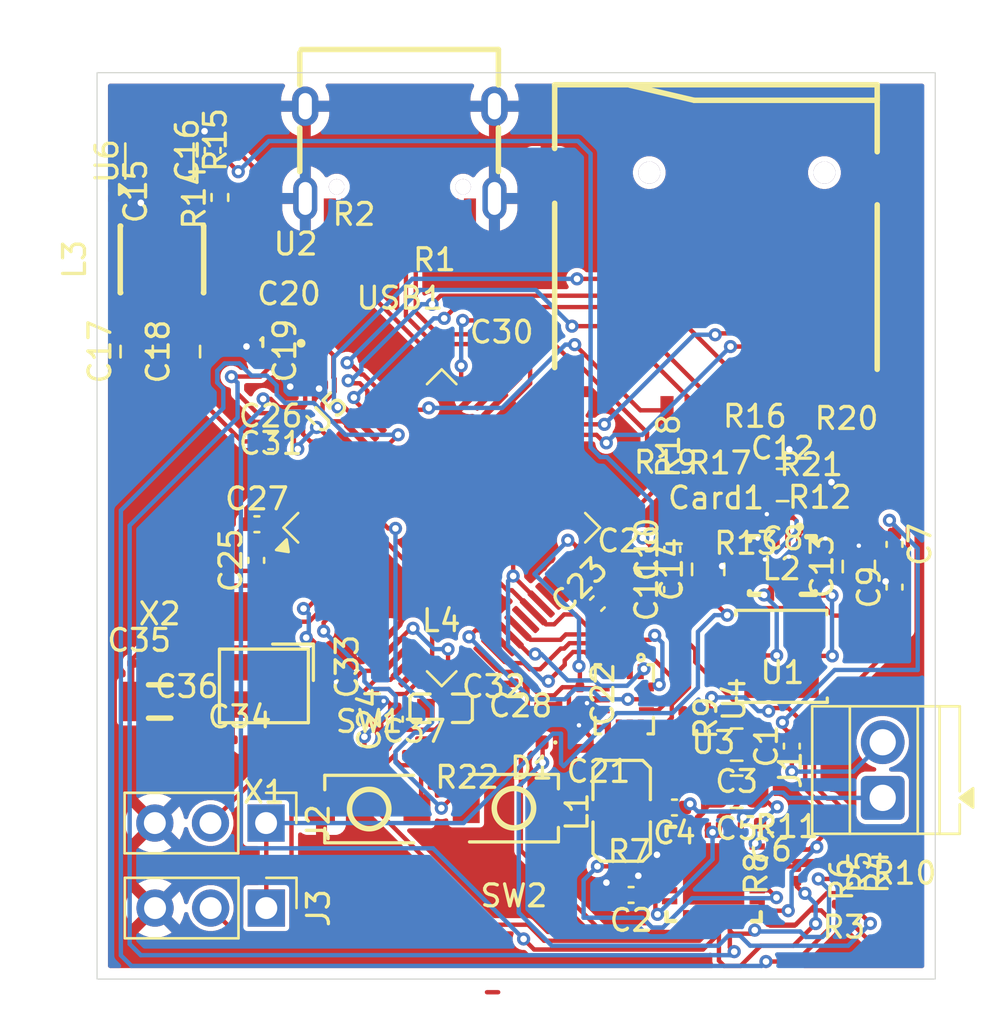
<source format=kicad_pcb>
(kicad_pcb (version 20241229) (generator "pcbnew") (generator_version "9.0")
  (layers (0 "F.Cu" signal) (2 "B.Cu" signal) (13 "F.Paste" user) (15 "B.Paste" user) (5 "F.SilkS" user "F.Silkscreen") (7 "B.SilkS" user "B.Silkscreen") (1 "F.Mask" user) (3 "B.Mask" user) (25 "Edge.Cuts" user))
  (net 0 "")
  (net 1 "VSYS")
  (net 2 "BAT-")
  (net 3 "Net-(C2-Pad1)")
  (net 4 "GND")
  (net 5 "+BAT")
  (net 6 "Net-(U3-BTST)")
  (net 7 "/BTST")
  (net 8 "VREGN")
  (net 9 "Net-(U1-Vaux)")
  (net 10 "+5V")
  (net 11 "Net-(U6-CB)")
  (net 12 "Net-(U6-SW)")
  (net 13 "+3.3V")
  (net 14 "Net-(U5-VCAP_1)")
  (net 15 "/HSE_IN")
  (net 16 "/HSE_OUT")
  (net 17 "/LSE_IN")
  (net 18 "/LSE_OUT")
  (net 19 "/RESET")
  (net 20 "/SD_DAT3")
  (net 21 "/SD_DAT0")
  (net 22 "/SD_DAT1")
  (net 23 "/SD_CLK")
  (net 24 "/SD_CD")
  (net 25 "/SD_DAT2")
  (net 26 "/SD_CMD")
  (net 27 "Net-(D1-A)")
  (net 28 "Net-(D1-K)")
  (net 29 "/SERVO1")
  (net 30 "/SERVO2")
  (net 31 "Net-(U1-L1)")
  (net 32 "Net-(U1-L2)")
  (net 33 "Net-(U5-VDDA)")
  (net 34 "Net-(USB1-CC1)")
  (net 35 "Net-(USB1-CC2)")
  (net 36 "/BQ_INT")
  (net 37 "/I2C_SCL")
  (net 38 "/I2C_SDA")
  (net 39 "Net-(U3-ILIM)")
  (net 40 "/BQ_PG")
  (net 41 "Net-(U3-TS)")
  (net 42 "Net-(U1-EN)")
  (net 43 "Net-(U1-FB)")
  (net 44 "Net-(U1-PG)")
  (net 45 "Net-(U6-FB)")
  (net 46 "/BOOT")
  (net 47 "/BMP_INT")
  (net 50 "/BQ_CE")
  (net 54 "/ICM_SDI")
  (net 58 "/ICM_INT2")
  (net 60 "/ICM_SD0")
  (net 61 "/ICM_CS")
  (net 62 "/ICM_INT1")
  (net 64 "/ICM_SCK")
  (net 65 "/USB_DP")
  (net 67 "/USB_DN")
  (net 90 "/VBUS")
  (footprint "Capacitor_SMD:C_0402_1005Metric" (layer "F.Cu") (at 109.35 80.58)
    (property "Reference" "C26")
    (property "Value" "1uF")
  )
  (footprint "Resistor_SMD:R_0201_0603Metric" (layer "F.Cu") (at 113.155 71.265)
    (property "Reference" "R2")
    (property "Value" "5.1 K")
  )
  (footprint "Resistor_SMD:R_0201_0603Metric" (layer "F.Cu") (at 135.65 80.58)
    (property "Reference" "R20")
    (property "Value" "10K")
  )
  (footprint "Capacitor_SMD:C_0201_0603Metric" (layer "F.Cu") (at 119.9 76.64)
    (property "Reference" "C30")
    (property "Value" "100nF")
  )
  (footprint "Capacitor_SMD:C_0805_2012Metric" (layer "F.Cu") (at 130.63 94.42 180)
    (property "Reference" "C3")
    (property "Value" "44uF")
  )
  (footprint "Capacitor_SMD:C_0402_1005Metric" (layer "F.Cu") (at 137.84 87.23 90)
    (property "Reference" "C9")
    (property "Value" "10uF")
  )
  (footprint "lcsc:LGA-14_L3.0-W2.5-P0.50-TL" (layer "F.Cu") (at 125.5 92.35 -90)
    (property "Reference" "U4")
    (property "Value" "ICM-45686")
  )
  (footprint "Capacitor_SMD:C_0201_0603Metric" (layer "F.Cu") (at 110.185 74.895)
    (property "Reference" "C20")
    (property "Value" "100nF")
  )
  (footprint "lcsc:SW-SMD_L3.9-W3.0-P4.45" (layer "F.Cu") (at 120.46 97.32 180)
    (property "Reference" "SW2")
    (property "Value" "TS-1088-AR02016")
  )
  (footprint "Capacitor_SMD:C_0201_0603Metric" (layer "F.Cu") (at 102.13 69.165 -90)
    (property "Reference" "C15")
    (property "Value" "0.1uF")
  )
  (footprint "Resistor_SMD:R_0402_1005Metric" (layer "F.Cu") (at 107.03 69.445 90)
    (property "Reference" "R14")
    (property "Value" "100k")
  )
  (footprint "Resistor_SMD:R_0201_0603Metric" (layer "F.Cu") (at 134.03 80.59 180)
    (property "Reference" "R21")
    (property "Value" "10K")
  )
  (footprint "Capacitor_SMD:C_0201_0603Metric" (layer "F.Cu") (at 119.54 92.82)
    (property "Reference" "C32")
    (property "Value" "100nF")
  )
  (footprint "lcsc:L2520" (layer "F.Cu") (at 125.38 97.44 90)
    (property "Reference" "L1")
    (property "Value" "1uH")
  )
  (footprint "Capacitor_SMD:C_0805_2012Metric" (layer "F.Cu") (at 103.23 76.48 90)
    (property "Reference" "C17")
    (property "Value" "22uF")
  )
  (footprint "Resistor_SMD:R_0201_0603Metric" (layer "F.Cu") (at 134.42 84.18)
    (property "Reference" "R12")
    (property "Value" "10K")
  )
  (footprint "TerminalBlock:TerminalBlock_Xinya_XY308-2.54-2P_1x02_P2.54mm_Horizontal" (layer "F.Cu") (at 137.3 96.85 90)
    (property "Reference" "J1")
    (property "Value" "Screw_Terminal_01x02")
  )
  (footprint "Connector_PinHeader_2.54mm:PinHeader_1x03_P2.54mm_Vertical" (layer "F.Cu") (at 109.15 101.88 -90)
    (property "Reference" "J3")
    (property "Value" "Conn_01x03")
  )
  (footprint "Capacitor_SMD:C_0402_1005Metric" (layer "F.Cu") (at 106.7 67.295 90)
    (property "Reference" "C16")
    (property "Value" "2.2uF")
  )
  (footprint "Capacitor_SMD:C_0805_2012Metric" (layer "F.Cu") (at 136.21 86.29 90)
    (property "Reference" "C13")
    (property "Value" "22uF")
  )
  (footprint "Capacitor_SMD:C_0201_0603Metric" (layer "F.Cu") (at 132.72 83.97 180)
    (property "Reference" "C8")
    (property "Value" "100nF")
  )
  (footprint "Resistor_SMD:R_0201_0603Metric" (layer "F.Cu") (at 135.2 100.23 -90)
    (property "Reference" "R5")
    (property "Value" "10K")
  )
  (footprint "Resistor_SMD:R_0201_0603Metric" (layer "F.Cu") (at 107.87 66.82 90)
    (property "Reference" "R15")
    (property "Value" "22.1k")
  )
  (footprint "Capacitor_SMD:C_0201_0603Metric" (layer "F.Cu") (at 108.945 76.435 -90)
    (property "Reference" "C19")
    (property "Value" "100nF")
  )
  (footprint "Resistor_SMD:R_0201_0603Metric" (layer "F.Cu") (at 131.06 84.18 180)
    (property "Reference" "R13")
    (property "Value" "10K")
  )
  (footprint "Capacitor_SMD:C_0402_1005Metric" (layer "F.Cu") (at 125.81 101.28 180)
    (property "Reference" "C2")
    (property "Value" "10uF")
  )
  (footprint "lcsc:CRYSTAL-SMD_4P-L3.2-W2.5-BL" (layer "F.Cu") (at 109.04 91.74 180)
    (property "Reference" "X1")
    (property "Value" "X322525MOB4SI")
  )
  (footprint "Capacitor_SMD:C_0402_1005Metric" (layer "F.Cu") (at 137.84 85.28 -90)
    (property "Reference" "C7")
    (property "Value" "10uF")
  )
  (footprint "lcsc:VFQFPN-24_L4.0-W4.0-P0.50-BL-EP2.8" (layer "F.Cu") (at 129.57 100.32)
    (property "Reference" "U3")
    (property "Value" "BQ25883RGER")
  )
  (footprint "LED_SMD:LED_0402_1005Metric" (layer "F.Cu") (at 121.26 94.32 180)
    (property "Reference" "D1")
    (property "Value" "LED")
  )
  (footprint "Capacitor_SMD:C_0402_1005Metric" (layer "F.Cu") (at 115.02 93.26 90)
    (property "Reference" "C24")
    (property "Value" "1uF")
  )
  (footprint "Capacitor_SMD:C_0201_0603Metric" (layer "F.Cu") (at 115.9 94.86)
    (property "Reference" "C37")
    (property "Value" "100nF")
  )
  (footprint "Resistor_SMD:R_0201_0603Metric" (layer "F.Cu") (at 131.46 80.4825)
    (property "Reference" "R16")
    (property "Value" "10K")
  )
  (footprint "Resistor_SMD:R_0201_0603Metric" (layer "F.Cu") (at 127.39 80.4825 180)
    (property "Reference" "R19")
    (property "Value" "10K")
  )
  (footprint "Capacitor_SMD:C_0201_0603Metric" (layer "F.Cu") (at 123.47 92.12 -90)
    (property "Reference" "C22")
    (property "Value" "100nF")
  )
  (footprint "Resistor_SMD:R_0201_0603Metric" (layer "F.Cu") (at 129.65 92.86)
    (property "Reference" "R10")
    (property "Value" "10K")
  )
  (footprint "lcsc:TF-SMD_TF-01A" (layer "F.Cu") (at 129.69 73.88 180)
    (property "Reference" "Card1")
    (property "Value" "TF-01A")
  )
  (footprint "Resistor_SMD:R_0201_0603Metric" (layer "F.Cu") (at 132.93 99.21)
    (property "Reference" "R11")
    (property "Value" "5.23K")
  )
  (footprint "lcsc:LGA-10_L2.0-W2.0-P0.50-TL_BMP580" (layer "F.Cu") (at 110.49 76.35)
    (property "Reference" "U2")
    (property "Value" "BMP580")
  )
  (footprint "Capacitor_SMD:C_0805_2012Metric" (layer "F.Cu") (at 130.63 96.57 180)
    (property "Reference" "C5")
    (property "Value" "47uF")
  )
  (footprint "Capacitor_SMD:C_0201_0603Metric" (layer "F.Cu") (at 120.76 91.6 180)
    (property "Reference" "C28")
    (property "Value" "100nF")
  )
  (footprint "Capacitor_SMD:C_0201_0603Metric" (layer "F.Cu") (at 105.515 90.72 180)
    (property "Reference" "C36")
    (property "Value" "20pF")
  )
  (footprint "Resistor_SMD:R_0201_0603Metric" (layer "F.Cu") (at 118.32 94.86 180)
    (property "Reference" "R22")
    (property "Value" "10k")
  )
  (footprint "Package_TO_SOT_SMD:SOT-23-6" (layer "F.Cu") (at 104.27 67.7825 90)
    (property "Reference" "U6")
    (property "Value" "LMR51430")
  )
  (footprint "Resistor_SMD:R_0201_0603Metric" (layer "F.Cu") (at 136 100.25 -90)
    (property "Reference" "R4")
    (property "Value" "10K")
  )
  (footprint "lcsc:VQFN-HR-15_L3.0-W2.5-P0.50-BL_TPS63070RNMR" (layer "F.Cu") (at 132.72 86.11 180)
    (property "Reference" "U1")
    (property "Value" "TPS63070RNMR")
  )
  (footprint "Resistor_SMD:R_0201_0603Metric" (layer "F.Cu") (at 128.17 93.21 -90)
    (property "Reference" "R9")
    (property "Value" "30.1K")
  )
  (footprint "lcsc:FC-135R_L3.2-W1.5" (layer "F.Cu") (at 104.28 92.45)
    (property "Reference" "X2")
    (property "Value" "Q13FC1350000400")
  )
  (footprint "lcsc:L0603" (layer "F.Cu") (at 117.14 92.76)
    (property "Reference" "L4")
    (property "Value" "FCM1608KF-601T03")
  )
  (footprint "Capacitor_SMD:C_0805_2012Metric" (layer "F.Cu") (at 132.73 82.57)
    (property "Reference" "C12")
    (property "Value" "22uF")
  )
  (footprint "Capacitor_SMD:C_0201_0603Metric" (layer "F.Cu") (at 103.345 90.71)
    (property "Reference" "C35")
    (property "Value" "20pF")
  )
  (footprint "Capacitor_SMD:C_0201_0603Metric" (layer "F.Cu") (at 111.79 90.86 -90)
    (property "Reference" "C33")
    (property "Value" "20pF")
  )
  (footprint "Capacitor_SMD:C_0201_0603Metric" (layer "F.Cu") (at 107.935 94.2)
    (property "Reference" "C34")
    (property "Value" "20pF")
  )
  (footprint "lcsc:SW-SMD_L3.9-W3.0-P4.45" (layer "F.Cu") (at 113.85 97.36)
    (property "Reference" "SW1")
    (property "Value" "TS-1088-AR02016")
  )
  (footprint "Capacitor_SMD:C_0201_0603Metric" (layer "F.Cu") (at 125.72 86.17)
    (property "Reference" "C29")
    (property "Value" "100nF")
  )
  (footprint "Connector_PinHeader_2.54mm:PinHeader_1x03_P2.54mm_Vertical" (layer "F.Cu") (at 109.14 98 -90)
    (property "Reference" "J2")
    (property "Value" "Conn_01x03")
  )
  (footprint "Capacitor_SMD:C_0201_0603Metric" (layer "F.Cu") (at 124.32 94.59 180)
    (property "Reference" "C21")
    (property "Value" "100nF")
  )
  (footprint "Capacitor_SMD:C_0402_1005Metric" (layer "F.Cu") (at 127.69 85.51 90)
    (property "Reference" "C10")
    (property "Value" "10uF")
  )
  (footprint "Capacitor_SMD:C_0805_2012Metric" (layer "F.Cu") (at 105.39 76.48 90)
    (property "Reference" "C18")
    (property "Value" "22uF")
  )
  (footprint "Package_QFP:LQFP-64_10x10mm_P0.5mm" (layer "F.Cu") (at 117.16 84.52 45)
    (property "Reference" "U5")
    (property "Value" "STM32F722RETx")
  )
  (footprint "Capacitor_SMD:C_0402_1005Metric" (layer "F.Cu") (at 133.15 94.49 90)
    (property "Reference" "C1")
    (property "Value" "1uF")
  )
  (footprint "Capacitor_SMD:C_0402_1005Metric" (layer "F.Cu") (at 108.72 84.36)
    (property "Reference" "C27")
    (property "Value" "10uF")
  )
  (footprint "Capacitor_SMD:C_0201_0603Metric" (layer "F.Cu") (at 109.35 81.72)
    (property "Reference" "C31")
    (property "Value" "100nF")
  )
  (footprint "lcsc:IND-SMD_L4.0-W4.0-A" (layer "F.Cu") (at 132.68 90.39)
    (property "Reference" "L2")
    (property "Value" "1.5uH")
  )
  (footprint "Capacitor_SMD:C_0402_1005Metric" (layer "F.Cu") (at 124.27 87.98 45)
    (property "Reference" "C23")
    (property "Value" "2.2uF")
  )
  (footprint "Resistor_SMD:R_0201_0603Metric" (layer "F.Cu") (at 129.86 80.5125 180)
    (property "Reference" "R17")
    (property "Value" "10K")
  )
  (footprint "Capacitor_SMD:C_0805_2012Metric" (layer "F.Cu") (at 129.33 86.42 90)
    (property "Reference" "C14")
    (property "Value" "22uF")
  )
  (footprint "Resistor_SMD:R_0201_0603Metric" (layer "F.Cu") (at 132.57 100.3 90)
    (property "Reference" "R8")
    (property "Value" "10K")
  )
  (footprint "Capacitor_SMD:C_0402_1005Metric" (layer "F.Cu") (at 127.79 97.29 180)
    (property "Reference" "C4")
    (property "Value" "10uF")
  )
  (footprint "Resistor_SMD:R_0201_0603Metric" (layer "F.Cu") (at 135.53 101.7 180)
    (property "Reference" "R3")
    (property "Value" "10K")
  )
  (footprint "Resistor_SMD:R_0201_0603Metric" (layer "F.Cu") (at 128.57 80.7925 90)
    (property "Reference" "R18")
    (property "Value" "10K")
  )
  (footprint "Capacitor_SMD:C_0402_1005Metric" (layer "F.Cu") (at 132.18 98.07 180)
    (property "Reference" "C6")
    (property "Value" "10uF")
  )
  (footprint "lcsc:IND-SMD_L3.0-W3.0" (layer "F.Cu") (at 104.39 72.27 90)
    (property "Reference" "L3")
    (property "Value" "5.6uH")
  )
  (footprint "Resistor_SMD:R_0201_0603Metric" (layer "F.Cu") (at 133.38 100.32 -90)
    (property "Reference" "R6")
    (property "Value" "10K")
  )
  (footprint "Capacitor_SMD:C_0402_1005Metric" (layer "F.Cu") (at 127.68 87.34 90)
    (property "Reference" "C11")
    (property "Value" "10uF")
  )
  (footprint "lcsc:USB-C-SMD_TYPE-C-6PIN-2MD-073" (layer "F.Cu") (at 115.25 67.66 180)
    (property "Reference" "USB1")
    (property "Value" "TYPE-C 16PIN 2MD(073)")
  )
  (footprint "Resistor_SMD:R_0201_0603Metric" (layer "F.Cu") (at 125.72 100.35)
    (property "Reference" "R7")
    (property "Value" "383")
  )
  (footprint "Capacitor_SMD:C_0402_1005Metric" (layer "F.Cu") (at 108.69 86.01 90)
    (property "Reference" "C25")
    (property "Value" "1uF")
  )
  (footprint "Resistor_SMD:R_0201_0603Metric" (layer "F.Cu") (at 116.83 71.235 180)
    (property "Reference" "R1")
    (property "Value" "5.1 K")
  )
  (gr_rect (start 101.42 63.75) (end 139.7 105.12) (stroke (width 0.05)) (fill no) (layer "Edge.Cuts"))
  (segment (start 102.709 67.629) (end 102.719586 67.629) (width 0.2) (layer "F.Cu") (net 0))
  (segment (start 102.26 67.17) (end 102.68 67.59) (width 0.2) (layer "F.Cu") (net 0))
  (segment (start 102.68 67.59) (end 102.68 67.6) (width 0.2) (layer "F.Cu") (net 0))
  (segment (start 102.68 67.6) (end 102.709 67.629) (width 0.2) (layer "F.Cu") (net 0))
  (segment (start 119.228287 105.721) (end 119.739001 105.721) (width 0.2) (layer "F.Cu") (net 0))
  (segment (start 129.27 98.32) (end 129.82 98.32) (width 0.2) (layer "F.Cu") (net 1))
  (segment (start 128.291 87.18655) (end 128.03655 87.441) (width 0.2) (layer "F.Cu") (net 1))
  (segment (start 137.46 84.84) (end 137.5 84.8) (width 0.2) (layer "F.Cu") (net 1))
  (segment (start 130.162338 97.669) (end 129.879 97.669) (width 0.2) (layer "F.Cu") (net 1))
  (segment (start 126.678 86.79555) (end 126.678 85.326292) (width 0.2) (layer "F.Cu") (net 1))
  (segment (start 105.22 68.565532) (end 105.22 68.92) (width 0.2) (layer "F.Cu") (net 1))
  (segment (start 131.58 94.42) (end 132.74 94.42) (width 0.2) (layer "F.Cu") (net 1))
  (segment (start 106.7 67.775) (end 107.375 67.775) (width 0.2) (layer "F.Cu") (net 1))
  (segment (start 134.17 86.54) (end 134.17 87.04) (width 0.2) (layer "F.Cu") (net 1))
  (segment (start 137.84 84.8) (end 137.84 84.41) (width 0.2) (layer "F.Cu") (net 1))
  (segment (start 130.779 95.221) (end 130.779 97.052338) (width 0.2) (layer "F.Cu") (net 1))
  (segment (start 136.8 84.18) (end 134.74 84.18) (width 0.2) (layer "F.Cu") (net 1))
  (segment (start 131.58 94.42) (end 131.58 93.492) (width 0.2) (layer "F.Cu") (net 1))
  (segment (start 126.919 101.129) (end 126.919 102.068978) (width 0.2) (layer "F.Cu") (net 1))
  (segment (start 128.739179 90.651179) (end 128.739179 90.082333) (width 0.2) (layer "F.Cu") (net 1))
  (segment (start 137.46 84.84) (end 136.8 84.18) (width 0.2) (layer "F.Cu") (net 1))
  (segment (start 134.747 86.54) (end 134.17 86.54) (width 0.2) (layer "F.Cu") (net 1))
  (segment (start 129.82 97.728) (end 129.82 98.32) (width 0.2) (layer "F.Cu") (net 1))
  (segment (start 131.58 94.42) (end 130.779 95.221) (width 0.2) (layer "F.Cu") (net 1))
  (segment (start 106.365 67.775) (end 105.22 68.92) (width 0.2) (layer "F.Cu") (net 1))
  (segment (start 137.84 84.41) (end 137.61 84.18) (width 0.2) (layer "F.Cu") (net 1))
  (segment (start 130.779 97.052338) (end 130.162338 97.669) (width 0.2) (layer "F.Cu") (net 1))
  (segment (start 129.879 97.669) (end 129.82 97.728) (width 0.2) (layer "F.Cu") (net 1))
  (segment (start 128.304 87.196) (end 127.68 87.82) (width 0.2) (layer "F.Cu") (net 1))
  (segment (start 106.7 67.775) (end 106.365 67.775) (width 0.2) (layer "F.Cu") (net 1))
  (segment (start 126.919 102.068978) (end 127.01693 102.166908) (width 0.2) (layer "F.Cu") (net 1))
  (segment (start 135.184 84.624) (end 135.184 85.431685) (width 0.2) (layer "F.Cu") (net 1))
  (segment (start 132.72 93.58) (end 133.15 94.01) (width 0.2) (layer "F.Cu") (net 1))
  (segment (start 127.69 85.99) (end 127.999999 85.99) (width 0.2) (layer "F.Cu") (net 1))
  (segment (start 128.291 86.281001) (end 128.291 87.18655) (width 0.2) (layer "F.Cu") (net 1))
  (segment (start 129.32 98.32) (end 129.27 98.32) (width 0.2) (layer "F.Cu") (net 1))
  (segment (start 129.27 98.32) (end 129.26 98.33) (width 0.2) (layer "F.Cu") (net 1))
  (segment (start 126.978 101.07) (end 126.919 101.129) (width 0.2) (layer "F.Cu") (net 1))
  (segment (start 104.27 67.615532) (end 105.22 68.565532) (width 0.2) (layer "F.Cu") (net 1))
  (segment (start 127.999999 85.99) (end 128.291 86.281001) (width 0.2) (layer "F.Cu") (net 1))
  (segment (start 128.33 88.160001) (end 127.989999 87.82) (width 0.2) (layer "F.Cu") (net 1))
  (segment (start 134.821 86.466) (end 134.747 86.54) (width 0.2) (layer "F.Cu") (net 1))
  (segment (start 129.32 98.32) (end 129.430002 98.32) (width 0.2) (layer "F.Cu") (net 1))
  (segment (start 128.739179 90.082333) (end 128.33 89.673154) (width 0.2) (layer "F.Cu") (net 1))
  (segment (start 127.57 101.07) (end 126.978 101.07) (width 0.2) (layer "F.Cu") (net 1))
  (segment (start 126.678 85.326292) (end 126.341075 84.989367) (width 0.2) (layer "F.Cu") (net 1))
  (segment (start 127.69 85.99) (end 127.999999 85.99) (width 0.2) (layer "F.Cu") (net 1))
  (segment (start 128.33 89.673154) (end 128.33 88.160001) (width 0.2) (layer "F.Cu") (net 1))
  (segment (start 132.72 93.4) (end 132.72 93.58) (width 0.2) (layer "F.Cu") (net 1))
  (segment (start 127.989999 87.82) (end 127.68 87.82) (width 0.2) (layer "F.Cu") (net 1))
  (segment (start 127.32345 87.441) (end 126.678 86.79555) (width 0.2) (layer "F.Cu") (net 1))
  (segment (start 134.74 84.18) (end 135.184 84.624) (width 0.2) (layer "F.Cu") (net 1))
  (segment (start 129.430002 98.32) (end 129.53 98.419998) (width 0.2) (layer "F.Cu") (net 1))
  (segment (start 134.821 85.794685) (end 134.821 86.466) (width 0.2) (layer "F.Cu") (net 1))
  (segment (start 104.27 66.645) (end 104.27 67.615532) (width 0.2) (layer "F.Cu") (net 1))
  (segment (start 127.999999 85.99) (end 128.304 86.294001) (width 0.2) (layer "F.Cu") (net 1))
  (segment (start 135.184 85.431685) (end 134.821 85.794685) (width 0.2) (layer "F.Cu") (net 1))
  (segment (start 128.03655 87.441) (end 127.32345 87.441) (width 0.2) (layer "F.Cu") (net 1))
  (segment (start 128.304 86.294001) (end 128.304 87.196) (width 0.2) (layer "F.Cu") (net 1))
  (segment (start 107.375 67.775) (end 107.87 68.27) (width 0.2) (layer "F.Cu") (net 1))
  (segment (start 132.74 94.42) (end 133.15 94.01) (width 0.2) (layer "F.Cu") (net 1))
  (segment (start 131.58 93.492) (end 128.739179 90.651179) (width 0.2) (layer "F.Cu") (net 1))
  (segment (start 137.5 84.8) (end 137.84 84.8) (width 0.2) (layer "F.Cu") (net 1))
  (via (at 137.61 84.18) (size 0.6) (drill 0.3) (layers "F.Cu" "B.Cu") (net 1))
  (via (at 107.87 68.27) (size 0.6) (drill 0.3) (layers "F.Cu" "B.Cu") (net 1))
  (via (at 129.53 98.419998) (size 0.6) (drill 0.3) (layers "F.Cu" "B.Cu") (net 1))
  (via (at 126.341075 84.989367) (size 0.6) (drill 0.3) (layers "F.Cu" "B.Cu") (net 1))
  (via (at 127.01693 102.166908) (size 0.6) (drill 0.3) (layers "F.Cu" "B.Cu") (net 1))
  (via (at 132.72 93.4) (size 0.6) (drill 0.3) (layers "F.Cu" "B.Cu") (net 1))
  (segment (start 107.87 68.27) (end 109.27 66.87) (width 0.2) (layer "B.Cu") (net 1))
  (segment (start 126.754556 83.344556) (end 126.754556 84.575886) (width 0.2) (layer "B.Cu") (net 1))
  (segment (start 123.96 80.845901) (end 124.409461 81.295362) (width 0.2) (layer "B.Cu") (net 1))
  (segment (start 138.9 91.01) (end 135.11 91.01) (width 0.2) (layer "B.Cu") (net 1))
  (segment (start 138.9 85.47) (end 138.9 91.01) (width 0.2) (layer "B.Cu") (net 1))
  (segment (start 123.38 66.87) (end 123.96 67.45) (width 0.2) (layer "B.Cu") (net 1))
  (segment (start 126.754556 84.575886) (end 126.341075 84.989367) (width 0.2) (layer "B.Cu") (net 1))
  (segment (start 137.61 84.18) (end 138.9 85.47) (width 0.2) (layer "B.Cu") (net 1))
  (segment (start 124.409461 81.295362) (end 124.705362 81.295362) (width 0.2) (layer "B.Cu") (net 1))
  (segment (start 135.11 91.01) (end 132.72 93.4) (width 0.2) (layer "B.Cu") (net 1))
  (segment (start 129.53 98.419998) (end 129.53 99.653838) (width 0.2) (layer "B.Cu") (net 1))
  (segment (start 129.53 99.653838) (end 127.01693 102.166908) (width 0.2) (layer "B.Cu") (net 1))
  (segment (start 109.27 66.87) (end 123.38 66.87) (width 0.2) (layer "B.Cu") (net 1))
  (segment (start 123.96 67.45) (end 123.96 80.845901) (width 0.2) (layer "B.Cu") (net 1))
  (segment (start 124.705362 81.295362) (end 126.754556 83.344556) (width 0.2) (layer "B.Cu") (net 1))
  (segment (start 133.15 95.65) (end 133.15 94.97) (width 0.2) (layer "F.Cu") (net 2))
  (via (at 133.15 95.65) (size 0.6) (drill 0.3) (layers "F.Cu" "B.Cu") (net 2))
  (segment (start 135.96 95.65) (end 133.15 95.65) (width 0.2) (layer "B.Cu") (net 2))
  (segment (start 137.3 94.31) (end 135.96 95.65) (width 0.2) (layer "B.Cu") (net 2))
  (segment (start 126.29 101.28) (end 126.29 101.183785) (width 0.2) (layer "F.Cu") (net 3))
  (segment (start 126.903785 100.57) (end 127.57 100.57) (width 0.2) (layer "F.Cu") (net 3))
  (segment (start 126.43 99.777106) (end 126.43 99.66) (width 0.2) (layer "F.Cu") (net 3))
  (segment (start 126.29 101.183785) (end 126.903785 100.57) (width 0.2) (layer "F.Cu") (net 3))
  (segment (start 127.57 100.07) (end 127.57 100.57) (width 0.2) (layer "F.Cu") (net 3))
  (segment (start 126.43 99.66) (end 125.38 98.61) (width 0.2) (layer "F.Cu") (net 3))
  (segment (start 127.57 100.07) (end 126.722894 100.07) (width 0.2) (layer "F.Cu") (net 3))
  (segment (start 126.722894 100.07) (end 126.43 99.777106) (width 0.2) (layer "F.Cu") (net 3))
  (segment (start 110.819 75.741) (end 110.819 76.551) (width 0.2) (layer "F.Cu") (net 4))
  (segment (start 114.37 93.43) (end 114.37 94.87) (width 0.2) (layer "F.Cu") (net 4))
  (segment (start 110.661 75.741) (end 110.819 75.741) (width 0.2) (layer "F.Cu") (net 4))
  (segment (start 112.05 70.04) (end 112.05 70.69) (width 0.2) (layer "F.Cu") (net 4))
  (segment (start 106.79 90.89) (end 106.76 90.86) (width 0.2) (layer "F.Cu") (net 4))
  (segment (start 127.57 99.07) (end 127.57 99.529) (width 0.4) (layer "F.Cu") (net 4))
  (segment (start 110.99 76.722) (end 110.868 76.6) (width 0.2) (layer "F.Cu") (net 4))
  (segment (start 109.83 80.58) (end 109.83 80.46103) (width 0.4) (layer "F.Cu") (net 4))
  (segment (start 109.99 77.13) (end 109.99 77.626376) (width 0.2) (layer "F.Cu") (net 4))
  (segment (start 107.94 90.89) (end 106.79 90.89) (width 0.2) (layer "F.Cu") (net 4))
  (segment (start 127.62245 86.86) (end 127.079 86.31655) (width 0.2) (layer "F.Cu") (net 4))
  (segment (start 127.31 96.43) (end 127.09 96.21) (width 0.2) (layer "F.Cu") (net 4))
  (segment (start 109.2 84.36) (end 109.55 84.36) (width 0.2) (layer "F.Cu") (net 4))
  (segment (start 114.51 92.43) (end 114.67 92.43) (width 0.2) (layer "F.Cu") (net 4))
  (segment (start 124.256479 102.033521) (end 124.256479 100.943271) (width 0.4) (layer "F.Cu") (net 4))
  (segment (start 108.29 78.02) (end 108.26 78.05) (width 0.2) (layer "F.Cu") (net 4))
  (segment (start 132.72 86.129854) (end 133.009852 85.840002) (width 0.2) (layer "F.Cu") (net 4))
  (segment (start 120.44 91.6) (end 119.643806 91.6) (width 0.2) (layer "F.Cu") (net 4))
  (segment (start 124.256479 100.943271) (end 124.480554 100.719196) (width 0.4) (layer "F.Cu") (net 4))
  (segment (start 134.17 85.524) (end 134.684 85.01) (width 0.2) (layer "F.Cu") (net 4))
  (segment (start 137.84 85.76) (end 136.63 85.76) (width 0.2) (layer "F.Cu") (net 4))
  (segment (start 124 94.59) (end 124 94.10929) (width 0.2) (layer "F.Cu") (net 4))
  (segment (start 129.68 94.42) (end 129.97 94.13) (width 0.4) (layer "F.Cu") (net 4))
  (segment (start 102.204 93.483) (end 102.204 76.556) (width 0.2) (layer "F.Cu") (net 4))
  (segment (start 124 94.59) (end 123.42 94.59) (width 0.2) (layer "F.Cu") (net 4))
  (segment (start 127.31 99.269) (end 127.169961 99.269) (width 0.4) (layer "F.Cu") (net 4))
  (segment (start 132.66 98.07) (end 134.38 98.07) (width 0.4) (layer "F.Cu") (net 4))
  (segment (start 124.49 92.35) (end 124.1 92.35) (width 0.2) (layer "F.Cu") (net 4))
  (segment (start 126.04 86.567727) (end 126.04 86.17) (width 0.2) (layer "F.Cu") (net 4))
  (segment (start 119.446658 91.975244) (end 120.081414 92.61) (width 0.2) (layer "F.Cu") (net 4))
  (segment (start 109.1 78.02) (end 108.29 78.02) (width 0.2) (layer "F.Cu") (net 4))
  (segment (start 115.02 92.78) (end 114.37 93.43) (width 0.2) (layer "F.Cu") (net 4))
  (segment (start 110.99 77.13) (end 111.56 77.7) (width 0.2) (layer "F.Cu") (net 4))
  (segment (start 103.665 90.71) (end 103.831 90.876) (width 0.2) (layer "F.Cu") (net 4))
  (segment (start 127.079 86.31655) (end 127.079 85.641) (width 0.2) (layer "F.Cu") (net 4))
  (segment (start 124.1 92.35) (end 124.08 92.33) (width 0.2) (layer "F.Cu") (net 4))
  (segment (start 127.31 99.269) (end 127.57 99.529) (width 0.4) (layer "F.Cu") (net 4))
  (segment (start 129.68 94.42) (end 129.06 94.42) (width 0.4) (layer "F.Cu") (net 4))
  (segment (start 137.84 85.76) (end 137.84 86.75) (width 0.2) (layer "F.Cu") (net 4))
  (segment (start 127.169961 99.269) (end 126.991206 99.447755) (width 0.4) (layer "F.Cu") (net 4))
  (segment (start 129.33 85.47) (end 129.33 85.09) (width 0.2) (layer "F.Cu") (net 4))
  (segment (start 110.99 77.13) (end 110.99 76.722) (width 0.2) (layer "F.Cu") (net 4))
  (segment (start 131.27 86.04) (end 131.847 86.04) (width 0.2) (layer "F.Cu") (net 4))
  (segment (start 108.69 85.53) (end 109.11 85.53) (width 0.2) (layer "F.Cu") (net 4))
  (segment (start 118.45 70.04) (end 118.45 70.84) (width 0.2) (layer "F.Cu") (net 4))
  (segment (start 110.276193 77.912569) (end 110.276193 78.175502) (width 0.2) (layer "F.Cu") (net 4))
  (segment (start 118.874734 90.830928) (end 119.446658 91.402852) (width 0.2) (layer "F.Cu") (net 4))
  (segment (start 137.435 86.971792) (end 137.618208 86.971792) (width 0.2) (layer "F.Cu") (net 4))
  (segment (start 114.384606 89.770268) (end 113.812683 90.342191) (width 0.2) (layer "F.Cu") (net 4))
  (segment (start 123.555199 92.525199) (end 123.47 92.44) (width 0.2) (layer "F.Cu") (net 4))
  (segment (start 131.847 86.04) (end 131.921 85.966) (width 0.2) (layer "F.Cu") (net 4))
  (segment (start 131.921 85.139) (end 131.97 85.09) (width 0.2) (layer "F.Cu") (net 4))
  (segment (start 110.819 76.551) (end 110.868 76.6) (width 0.2) (layer "F.Cu") (net 4))
  (segment (start 120.22 76.863806) (end 118.874734 78.209072) (width 0.2) (layer "F.Cu") (net 4))
  (segment (start 133.81 82.44) (end 133.68 82.57) (width 0.2) (layer "F.Cu") (net 4))
  (segment (start 110.99 75.57) (end 110.819 75.741) (width 0.2) (layer "F.Cu") (net 4))
  (segment (start 136.63 85.76) (end 136.21 85.34) (width 0.2) (layer "F.Cu") (net 4))
  (segment (start 109.67 81.72) (end 109.67 80.74) (width 0.2) (layer "F.Cu") (net 4))
  (segment (start 124.480554 100.719196) (end 124.682083 100.719196) (width 0.4) (layer "F.Cu") (net 4))
  (segment (start 124.609411 87.640589) (end 124.609411 87.373217) (width 0.2) (layer "F.Cu") (net 4))
  (segment (start 108.529901 79.790104) (end 107.086771 78.346974) (width 0.4) (layer "F.Cu") (net 4))
  (segment (start 103.32 69.589998) (end 103.42 69.689998) (width 0.2) (layer "F.Cu") (net 4))
  (segment (start 127.31 97.29) (end 127.31 99.269) (width 0.4) (layer "F.Cu") (net 4))
  (segment (start 124.609411 87.373217) (end 123.470928 86.234734) (width 0.2) (layer "F.Cu") (net 4))
  (segment (start 106.7 65.9) (end 106.62 65.82) (width 0.4) (layer "F.Cu") (net 4))
  (segment (start 113.812683 90.342191) (end 113.547809 90.342191) (width 0.2) (layer "F.Cu") (net 4))
  (segment (start 123.42 94.59) (end 123.38 94.63) (width 0.2) (layer "F.Cu") (net 4))
  (segment (start 107.086771 78.346974) (end 107.086771 78.214165) (width 0.4) (layer "F.Cu") (net 4))
  (segment (start 103.831 93.651) (end 102.372 93.651) (width 0.2) (layer "F.Cu") (net 4))
  (segment (start 109.99 77.13) (end 109.1 78.02) (width 0.2) (layer "F.Cu") (net 4))
  (segment (start 127.079 85.641) (end 127.69 85.03) (width 0.2) (layer "F.Cu") (net 4))
  (segment (start 106.33 66.445) (end 106.7 66.815) (width 0.2) (layer "F.Cu") (net 4))
  (segment (start 126.04 100.35) (end 126.083655 100.35) (width 0.4) (layer "F.Cu") (net 4))
  (segment (start 131.921 85.966) (end 131.921 85.139) (width 0.2) (layer "F.Cu") (net 4))
  (segment (start 132.95 79.16) (end 132.95 80.859622) (width 0.2) (layer "F.Cu") (net 4))
  (segment (start 137.618208 86.971792) (end 137.84 86.75) (width 0.2) (layer "F.Cu") (net 4))
  (segment (start 108.945 76.755) (end 108.752924 76.755) (width 0.2) (layer "F.Cu") (net 4))
  (segment (start 131.59 85.014998) (end 131.894998 85.014998) (width 0.2) (layer "F.Cu") (net 4))
  (segment (start 126.083655 100.35) (end 126.138832 100.405177) (width 0.4) (layer "F.Cu") (net 4))
  (segment (start 106.7 66.815) (end 106.7 65.9) (width 0.4) (layer "F.Cu") (net 4))
  (segment (start 110.868 76.6) (end 111.27 76.6) (width 0.2) (layer "F.Cu") (net 4))
  (segment (start 134.38 98.07) (end 134.65 97.8) (width 0.4) (layer "F.Cu") (net 4))
  (segment (start 110.49 74.91) (end 110.505 74.895) (width 0.2) (layer "F.Cu") (net 4))
  (segment (start 123.795247 92.525199) (end 123.555199 92.525199) (width 0.2) (layer "F.Cu") (net 4))
  (segment (start 129.97 94.13) (end 129.97 92.86) (width 0.4) (layer "F.Cu") (net 4))
  (segment (start 106.808291 77.935685) (end 106.808291 77.314363) (width 0.4) (layer "F.Cu") (net 4))
  (segment (start 102.204 76.556) (end 103.23 75.53) (width 0.2) (layer "F.Cu") (net 4))
  (segment (start 129.33 85.631) (end 129.969 86.27) (width 0.2) (layer "F.Cu") (net 4))
  (segment (start 120.081414 92.61) (end 120.69 92.61) (width 0.2) (layer "F.Cu") (net 4))
  (segment (start 106.808291 77.314363) (end 107.367654 76.755) (width 0.4) (layer "F.Cu") (net 4))
  (segment (start 129.06 94.42) (end 128.17 93.53) (width 0.4) (layer "F.Cu") (net 4))
  (segment (start 109.55 84.36) (end 109.56 84.35) (width 0.2) (layer "F.Cu") (net 4))
  (segment (start 124.967138 87.640589) (end 126.04 86.567727) (width 0.2) (layer "F.Cu") (net 4))
  (segment (start 129.27 85.03) (end 127.69 85.03) (width 0.2) (layer "F.Cu") (net 4))
  (segment (start 132.95 80.859622) (end 133.034379 80.944001) (width 0.2) (layer "F.Cu") (net 4))
  (segment (start 134.96 82.44) (end 133.81 82.44) (width 0.2) (layer "F.Cu") (net 4))
  (segment (start 109.068381 79.790104) (end 108.529901 79.790104) (width 0.4) (layer "F.Cu") (net 4))
  (segment (start 107.086771 78.214165) (end 106.808291 77.935685) (width 0.4) (layer "F.Cu") (net 4))
  (segment (start 110.849072 82.805266) (end 110.865266 82.805266) (width 0.2) (layer "F.Cu") (net 4))
  (segment (start 102.372 93.651) (end 102.204 93.483) (width 0.2) (layer "F.Cu") (net 4))
  (segment (start 129.33 85.47) (end 129.33 85.631) (width 0.2) (layer "F.Cu") (net 4))
  (segment (start 110.865266 82.805266) (end 111.55 83.49) (width 0.2) (layer "F.Cu") (net 4))
  (segment (start 109.159075 79.790105) (end 109.068383 79.790106) (width 0.4) (layer "F.Cu") (net 4))
  (segment (start 127.31 97.29) (end 127.31 96.43) (width 0.2) (layer "F.Cu") (net 4))
  (segment (start 124 94.10929) (end 123.429087 93.538377) (width 0.2) (layer "F.Cu") (net 4))
  (segment (start 110.49 75.57) (end 110.49 74.91) (width 0.2) (layer "F.Cu") (net 4))
  (segment (start 125.19 101.28) (end 124.5 101.97) (width 0.4) (layer "F.Cu") (net 4))
  (segment (start 104.07 98) (end 104.8 97.27) (width 0.2) (layer "F.Cu") (net 4))
  (segment (start 118.45 70.84) (end 118.46 70.85) (width 0.2) (layer "F.Cu") (net 4))
  (segment (start 119.446658 91.402852) (end 119.446658 91.975244) (width 0.2) (layer "F.Cu") (net 4))
  (segment (start 110.49 75.57) (end 110.661 75.741) (width 0.2) (layer "F.Cu") (net 4))
  (segment (start 129.33 85.09) (end 129.27 85.03) (width 0.2) (layer "F.Cu") (net 4))
  (segment (start 119.643806 91.6) (end 118.874734 90.830928) (width 0.2) (layer "F.Cu") (net 4))
  (segment (start 124.609411 87.640589) (end 124.967138 87.640589) (width 0.2) (layer "F.Cu") (net 4))
  (segment (start 127.68 86.86) (end 127.62245 86.86) (width 0.2) (layer "F.Cu") (net 4))
  (segment (start 109.99 77.626376) (end 110.276193 77.912569) (width 0.2) (layer "F.Cu") (net 4))
  (segment (start 109.11 85.53) (end 109.12 85.52) (width 0.2) (layer "F.Cu") (net 4))
  (segment (start 104.06 98) (end 104.07 98) (width 0.2) (layer "F.Cu") (net 4))
  (segment (start 109.068383 79.790106) (end 109.068381 79.790104) (width 0.4) (layer "F.Cu") (net 4))
  (segment (start 132.4 83.97) (end 132.077394 83.97) (width 0.2) (layer "F.Cu") (net 4))
  (segment (start 132.72 86.93) (end 132.72 86.129854) (width 0.2) (layer "F.Cu") (net 4))
  (segment (start 125.33 101.28) (end 125.19 101.28) (width 0.4) (layer "F.Cu") (net 4))
  (segment (start 131.894998 85.014998) (end 131.97 85.09) (width 0.2) (layer "F.Cu") (net 4))
  (segment (start 114.67 92.43) (end 115.02 92.78) (width 0.2) (layer "F.Cu") (net 4))
  (segment (start 107.367654 76.755) (end 108.945 76.755) (width 0.4) (layer "F.Cu") (net 4))
  (segment (start 109.83 80.46103) (end 109.159075 79.790105) (width 0.4) (layer "F.Cu") (net 4))
  (segment (start 120.22 76.64) (end 120.22 76.863806) (width 0.2) (layer "F.Cu") (net 4))
  (segment (start 110.49 75.57) (end 110.49 75.88) (width 0.2) (layer "F.Cu") (net 4))
  (segment (start 103.831 90.876) (end 103.831 93.651) (width 0.2) (layer "F.Cu") (net 4))
  (segment (start 108.752924 76.755) (end 108.245 76.247076) (width 0.2) (layer "F.Cu") (net 4))
  (segment (start 109.67 80.74) (end 109.83 80.58) (width 0.2) (layer "F.Cu") (net 4))
  (segment (start 103.32 68.92) (end 103.32 69.589998) (width 0.2) (layer "F.Cu") (net 4))
  (segment (start 106.33 66.42) (end 106.33 66.445) (width 0.2) (layer "F.Cu") (net 4))
  (segment (start 113.547809 90.342191) (end 112.33 91.56) (width 0.2) (layer "F.Cu") (net 4))
  (segment (start 132.077394 83.97) (end 132.008394 83.901) (width 0.2) (layer "F.Cu") (net 4))
  (segment (start 134.17 85.54) (end 134.17 85.524) (width 0.2) (layer "F.Cu") (net 4))
  (segment (start 111.56 77.7) (end 111.56 78.170711) (width 0.2) (layer "F.Cu") (net 4))
  (via (at 114.51 92.43) (size 0.4) (drill 0.2) (layers "F.Cu" "B.Cu") (net 4))
  (via (at 126.138832 100.405177) (size 0.6) (drill 0.3) (layers "F.Cu" "B.Cu") (net 4))
  (via (at 123.429087 93.538377) (size 0.4) (drill 0.2) (layers "F.Cu" "B.Cu") (net 4))
  (via (at 108.245 76.247076) (size 0.6) (drill 0.3) (layers "F.Cu" "B.Cu") (net 4))
  (via (at 112.33 91.56) (size 0.4) (drill 0.2) (layers "F.Cu" "B.Cu") (net 4))
  (via (at 136.21 85.34) (size 0.4) (drill 0.2) (layers "F.Cu" "B.Cu") (net 4))
  (via (at 133.009852 85.840002) (size 0.4) (drill 0.2) (layers "F.Cu" "B.Cu") (net 4))
  (via (at 106.33 66.42) (size 0.6) (drill 0.3) (layers "F.Cu" "B.Cu") (net 4))
  (via (at 110.241726 78.080253) (size 0.6) (drill 0.3) (layers "F.Cu" "B.Cu") (net 4))
  (via (at 129.969 86.27) (size 0.6) (drill 0.3) (layers "F.Cu" "B.Cu") (net 4))
  (via (at 134.96 82.44) (size 0.6) (drill 0.3) (layers "F.Cu" "B.Cu") (net 4))
  (via (at 111.56 78.170711) (size 0.6) (drill 0.3) (layers "F.Cu" "B.Cu") (net 4))
  (via (at 126.991206 99.447755) (size 0.6) (drill 0.3) (layers "F.Cu" "B.Cu") (net 4))
  (via (at 131.921 85.966) (size 0.4) (drill 0.2) (layers "F.Cu" "B.Cu") (net 4))
  (via (at 124.682083 100.719196) (size 0.6) (drill 0.3) (layers "F.Cu" "B.Cu") (net 4))
  (via (at 131.59 85.014998) (size 0.4) (drill 0.2) (layers "F.Cu" "B.Cu") (net 4))
  (via (at 137.435 86.971792) (size 0.6) (drill 0.3) (layers "F.Cu" "B.Cu") (net 4))
  (via (at 134.684 85.01) (size 0.4) (drill 0.2) (layers "F.Cu" "B.Cu") (net 4))
  (via (at 123.795247 92.525199) (size 0.4) (drill 0.2) (layers "F.Cu" "B.Cu") (net 4))
  (via (at 133.034379 80.944001) (size 0.6) (drill 0.3) (layers "F.Cu" "B.Cu") (net 4))
  (via (at 132.008394 83.901) (size 0.4) (drill 0.2) (layers "F.Cu" "B.Cu") (net 4))
  (via (at 103.42 69.689998) (size 0.6) (drill 0.3) (layers "F.Cu" "B.Cu") (net 4))
  (segment (start 110.332184 78.170711) (end 110.241726 78.080253) (width 0.2) (layer "B.Cu") (net 4))
  (segment (start 133.034379 80.944001) (end 133.464001 80.944001) (width 0.2) (layer "B.Cu") (net 4))
  (segment (start 132.714507 86.135347) (end 132.090347 86.135347) (width 0.2) (layer "B.Cu") (net 4))
  (segment (start 124.682083 100.719196) (end 125.108968 100.292311) (width 0.4) (layer "B.Cu") (net 4))
  (segment (start 126.991206 99.447755) (end 126.991206 99.552803) (width 0.4) (layer "B.Cu") (net 4))
  (segment (start 132.008394 83.901) (end 132.008394 84.596604) (width 0.2) (layer "B.Cu") (net 4))
  (segment (start 123.429087 92.891359) (end 123.795247 92.525199) (width 0.2) (layer "B.Cu") (net 4))
  (segment (start 136.733208 86.27) (end 137.435 86.971792) (width 0.2) (layer "B.Cu") (net 4))
  (segment (start 133.464001 80.944001) (end 134.96 82.44) (width 0.2) (layer "B.Cu") (net 4))
  (segment (start 126.991206 99.552803) (end 126.138832 100.405177) (width 0.4) (layer "B.Cu") (net 4))
  (segment (start 125.108968 100.292311) (end 126.025966 100.292311) (width 0.4) (layer "B.Cu") (net 4))
  (segment (start 108.408549 76.247076) (end 110.241726 78.080253) (width 0.2) (layer "B.Cu") (net 4))
  (segment (start 111.56 78.170711) (end 110.332184 78.170711) (width 0.2) (layer "B.Cu") (net 4))
  (segment (start 123.429087 93.538377) (end 123.429087 92.891359) (width 0.2) (layer "B.Cu") (net 4))
  (segment (start 112.33 91.56) (end 113.2 92.43) (width 0.2) (layer "B.Cu") (net 4))
  (segment (start 108.245 76.247076) (end 108.408549 76.247076) (width 0.2) (layer "B.Cu") (net 4))
  (segment (start 103.42 69.689998) (end 103.42 69.33) (width 0.2) (layer "B.Cu") (net 4))
  (segment (start 113.2 92.43) (end 114.51 92.43) (width 0.2) (layer "B.Cu") (net 4))
  (segment (start 132.008394 84.596604) (end 131.59 85.014998) (width 0.2) (layer "B.Cu") (net 4))
  (segment (start 134.684 85.01) (end 135.88 85.01) (width 0.2) (layer "B.Cu") (net 4))
  (segment (start 103.42 69.33) (end 106.33 66.42) (width 0.2) (layer "B.Cu") (net 4))
  (segment (start 133.009852 85.840002) (end 132.714507 86.135347) (width 0.2) (layer "B.Cu") (net 4))
  (segment (start 129.969 86.27) (end 136.733208 86.27) (width 0.2) (layer "B.Cu") (net 4))
  (segment (start 126.025966 100.292311) (end 126.138832 100.405177) (width 0.4) (layer "B.Cu") (net 4))
  (segment (start 132.090347 86.135347) (end 131.921 85.966) (width 0.2) (layer "B.Cu") (net 4))
  (segment (start 135.88 85.01) (end 136.21 85.34) (width 0.2) (layer "B.Cu") (net 4))
  (segment (start 128.27 97.29) (end 128.33876 97.29) (width 0.2) (layer "F.Cu") (net 5))
  (segment (start 128.33876 97.29) (end 128.504375 97.124385) (width 0.2) (layer "F.Cu") (net 5))
  (segment (start 130.846859 97.743141) (end 130.937259 97.743141) (width 0.2) (layer "F.Cu") (net 5))
  (segment (start 130.82 97.77) (end 130.846859 97.743141) (width 0.2) (layer "F.Cu") (net 5))
  (segment (start 130.82 98.32) (end 130.82 97.77) (width 0.2) (layer "F.Cu") (net 5))
  (via (at 128.504375 97.124385) (size 0.6) (drill 0.3) (layers "F.Cu" "B.Cu") (net 5))
  (via (at 130.937259 97.743141) (size 0.6) (drill 0.3) (layers "F.Cu" "B.Cu") (net 5))
  (segment (start 131.402665 97.492665) (end 131.141704 97.753626) (width 0.2) (layer "B.Cu") (net 5))
  (segment (start 131.141704 97.753626) (end 130.947744 97.753626) (width 0.2) (layer "B.Cu") (net 5))
  (segment (start 132.752706 96.610518) (end 132.284812 96.610518) (width 0.2) (layer "B.Cu") (net 5))
  (segment (start 131.402665 97.492665) (end 131.379998 97.469998) (width 0.2) (layer "B.Cu") (net 5))
  (segment (start 132.992188 96.85) (end 132.752706 96.610518) (width 0.2) (layer "B.Cu") (net 5))
  (segment (start 132.284812 96.610518) (end 131.402665 97.492665) (width 0.2) (layer "B.Cu") (net 5))
  (segment (start 130.947744 97.753626) (end 130.937259 97.743141) (width 0.2) (layer "B.Cu") (net 5))
  (segment (start 128.849988 97.469998) (end 128.504375 97.124385) (width 0.2) (layer "B.Cu") (net 5))
  (segment (start 137.3 96.85) (end 132.992188 96.85) (width 0.2) (layer "B.Cu") (net 5))
  (segment (start 131.379998 97.469998) (end 128.849988 97.469998) (width 0.2) (layer "B.Cu") (net 5))
  (segment (start 132.483467 97.260518) (end 132.270518 97.260518) (width 0.2) (layer "F.Cu") (net 6))
  (segment (start 132.270518 97.260518) (end 131.58 96.57) (width 0.2) (layer "F.Cu") (net 6))
  (segment (start 131.57 99.07) (end 131.57 99.019998) (width 0.2) (layer "F.Cu") (net 6))
  (segment (start 131.57 99.019998) (end 131.480002 98.93) (width 0.2) (layer "F.Cu") (net 6))
  (via (at 132.483467 97.260518) (size 0.6) (drill 0.3) (layers "F.Cu" "B.Cu") (net 6))
  (via (at 131.480002 98.93) (size 0.6) (drill 0.3) (layers "F.Cu" "B.Cu") (net 6))
  (segment (start 131.480002 98.263983) (end 132.483467 97.260518) (width 0.2) (layer "B.Cu") (net 6))
  (segment (start 131.480002 98.93) (end 131.480002 98.263983) (width 0.2) (layer "B.Cu") (net 6))
  (segment (start 126.729 96.694686) (end 126.59 96.555686) (width 0.2) (layer "F.Cu") (net 7))
  (segment (start 129.105375 97.544625) (end 128.33 98.32) (width 0.2) (layer "F.Cu") (net 7))
  (segment (start 128.33 98.32) (end 128.82 98.32) (width 0.2) (layer "F.Cu") (net 7))
  (segment (start 128.82 97.728) (end 129.68 96.868) (width 0.2) (layer "F.Cu") (net 7))
  (segment (start 128.753318 96.523385) (end 129.105375 96.875442) (width 0.2) (layer "F.Cu") (net 7))
  (segment (start 127.71 96.264315) (end 127.71 96.289183) (width 0.2) (layer "F.Cu") (net 7))
  (segment (start 128.099817 96.679) (end 128.255432 96.523385) (width 0.2) (layer "F.Cu") (net 7))
  (segment (start 126.59 96.024314) (end 126.804314 95.81) (width 0.2) (layer "F.Cu") (net 7))
  (segment (start 129.68 96.868) (end 129.68 96.57) (width 0.2) (layer "F.Cu") (net 7))
  (segment (start 126.804314 95.81) (end 127.255686 95.81) (width 0.2) (layer "F.Cu") (net 7))
  (segment (start 128.255432 96.523385) (end 128.753318 96.523385) (width 0.2) (layer "F.Cu") (net 7))
  (segment (start 129.105375 96.875442) (end 129.105375 97.544625) (width 0.2) (layer "F.Cu") (net 7))
  (segment (start 126.729 97.619) (end 126.729 96.694686) (width 0.2) (layer "F.Cu") (net 7))
  (segment (start 127.71 96.289183) (end 128.099817 96.679) (width 0.2) (layer "F.Cu") (net 7))
  (segment (start 128.82 98.32) (end 128.82 97.728) (width 0.2) (layer "F.Cu") (net 7))
  (segment (start 126.59 96.555686) (end 126.59 96.024314) (width 0.2) (layer "F.Cu") (net 7))
  (segment (start 127.255686 95.81) (end 127.71 96.264315) (width 0.2) (layer "F.Cu") (net 7))
  (segment (start 125.38 96.27) (end 126.729 97.619) (width 0.2) (layer "F.Cu") (net 7))
  (segment (start 132.61 98.98) (end 132.61 99.21) (width 0.2) (layer "F.Cu") (net 8))
  (segment (start 132.61 99.21) (end 132.380001 99.21) (width 0.2) (layer "F.Cu") (net 8))
  (segment (start 132.380001 99.21) (end 132.020001 99.57) (width 0.2) (layer "F.Cu") (net 8))
  (segment (start 132.020001 99.57) (end 131.57 99.57) (width 0.2) (layer "F.Cu") (net 8))
  (segment (start 131.7 98.07) (end 132.61 98.98) (width 0.2) (layer "F.Cu") (net 8))
  (segment (start 133.128371 83.97) (end 133.365632 84.207261) (width 0.2) (layer "F.Cu") (net 9))
  (segment (start 133.04 83.97) (end 133.128371 83.97) (width 0.2) (layer "F.Cu") (net 9))
  (segment (start 132.444615 85.634347) (end 132.444615 85.115385) (width 0.2) (layer "F.Cu") (net 9))
  (segment (start 132.444615 85.115385) (end 132.47 85.09) (width 0.2) (layer "F.Cu") (net 9))
  (segment (start 133.365632 84.207261) (end 133.365632 84.71333) (width 0.2) (layer "B.Cu") (net 9))
  (segment (start 133.365632 84.71333) (end 132.444615 85.634347) (width 0.2) (layer "B.Cu") (net 9))
  (segment (start 130.619 85.114) (end 130.619 86.439) (width 0.2) (layer "F.Cu") (net 10))
  (segment (start 130.209 83.641) (end 130.209 84.704) (width 0.2) (layer "F.Cu") (net 10))
  (segment (start 131.13 87.04) (end 130.8 87.37) (width 0.2) (layer "F.Cu") (net 10))
  (segment (start 135.419761 88.530239) (end 136.21 87.74) (width 0.2) (layer "F.Cu") (net 10))
  (segment (start 129.33 87.64) (end 130.2 88.51) (width 0.2) (layer "F.Cu") (net 10))
  (segment (start 136.68 87.71) (end 137.84 87.71) (width 0.2) (layer "F.Cu") (net 10))
  (segment (start 131.28 82.57) (end 130.209 83.641) (width 0.2) (layer "F.Cu") (net 10))
  (segment (start 131.27 87.04) (end 131.13 87.04) (width 0.2) (layer "F.Cu") (net 10))
  (segment (start 131.27 87.04) (end 131.27 88.039239) (width 0.2) (layer "F.Cu") (net 10))
  (segment (start 130.8 87.37) (end 129.33 87.37) (width 0.2) (layer "F.Cu") (net 10))
  (segment (start 130.619 86.439) (end 130.72 86.54) (width 0.2) (layer "F.Cu") (net 10))
  (segment (start 131.419761 88.189) (end 134.681 88.189) (width 0.2) (layer "F.Cu") (net 10))
  (segment (start 109.14 98.07) (end 109.15 98.08) (width 0.2) (layer "F.Cu") (net 10))
  (segment (start 136.21 87.24) (end 136.68 87.71) (width 0.2) (layer "F.Cu") (net 10))
  (segment (start 135.022239 88.530239) (end 135.419761 88.530239) (width 0.2) (layer "F.Cu") (net 10))
  (segment (start 129.33 87.37) (end 129.33 87.64) (width 0.2) (layer "F.Cu") (net 10))
  (segment (start 131.27 88.039239) (end 131.419761 88.189) (width 0.2) (layer "F.Cu") (net 10))
  (segment (start 130.209 84.704) (end 130.619 85.114) (width 0.2) (layer "F.Cu") (net 10))
  (segment (start 134.681 88.189) (end 135.022239 88.530239) (width 0.2) (layer "F.Cu") (net 10))
  (segment (start 136.21 87.74) (end 136.21 87.24) (width 0.2) (layer "F.Cu") (net 10))
  (segment (start 109.14 98) (end 109.14 98.07) (width 0.2) (layer "F.Cu") (net 10))
  (segment (start 109.15 98.08) (end 109.15 101.88) (width 0.2) (layer "F.Cu") (net 10))
  (segment (start 131.27 86.54) (end 131.27 87.04) (width 0.2) (layer "F.Cu") (net 10))
  (segment (start 131.78 82.57) (end 131.28 82.57) (width 0.2) (layer "F.Cu") (net 10))
  (segment (start 130.72 86.54) (end 131.27 86.54) (width 0.2) (layer "F.Cu") (net 10))
  (via (at 130.2 88.51) (size 0.6) (drill 0.3) (layers "F.Cu" "B.Cu") (net 10))
  (segment (start 130.2 88.51) (end 129.62 88.51) (width 0.2) (layer "B.Cu") (net 10))
  (segment (start 128.86128 91.818959) (end 127.700237 92.980002) (width 0.2) (layer "B.Cu") (net 10))
  (segment (start 125.149998 92.980002) (end 122.73 95.4) (width 0.2) (layer "B.Cu") (net 10))
  (segment (start 127.700237 92.980002) (end 125.149998 92.980002) (width 0.2) (layer "B.Cu") (net 10))
  (segment (start 129.62 88.51) (end 128.86128 89.26872) (width 0.2) (layer "B.Cu") (net 10))
  (segment (start 122.61 93.92) (end 122.240057 93.92) (width 0.2) (layer "B.Cu") (net 10))
  (segment (start 122.73 95.4) (end 122.61 95.28) (width 0.2) (layer "B.Cu") (net 10))
  (segment (start 122.240057 93.92) (end 118.160057 98) (width 0.2) (layer "B.Cu") (net 10))
  (segment (start 118.160057 98) (end 109.14 98) (width 0.2) (layer "B.Cu") (net 10))
  (segment (start 128.86128 89.26872) (end 128.86128 91.818959) (width 0.2) (layer "B.Cu") (net 10))
  (segment (start 122.61 95.28) (end 122.61 93.92) (width 0.2) (layer "B.Cu") (net 10))
  (segment (start 103.32 67.595686) (end 102.885686 68.03) (width 0.2) (layer "F.Cu") (net 11))
  (segment (start 102.161 68.466499) (end 102.161 68.814) (width 0.2) (layer "F.Cu") (net 11))
  (segment (start 103.32 66.645) (end 103.32 67.595686) (width 0.2) (layer "F.Cu") (net 11))
  (segment (start 102.885686 68.03) (end 102.597499 68.03) (width 0.2) (layer "F.Cu") (net 11))
  (segment (start 102.597499 68.03) (end 102.161 68.466499) (width 0.2) (layer "F.Cu") (net 11))
  (segment (start 102.161 69.516) (end 102.161 69.485) (width 0.2) (layer "F.Cu") (net 12))
  (segment (start 102.984998 70.339998) (end 102.161 69.516) (width 0.2) (layer "F.Cu") (net 12))
  (segment (start 104.39 69.04) (end 104.27 68.92) (width 0.2) (layer "F.Cu") (net 12))
  (segment (start 104.39 70.94) (end 104.39 69.04) (width 0.2) (layer "F.Cu") (net 12))
  (segment (start 103.689239 70.339998) (end 102.984998 70.339998) (width 0.2) (layer "F.Cu") (net 12))
  (segment (start 104.27 68.92) (end 104.27 69.759237) (width 0.2) (layer "F.Cu") (net 12))
  (segment (start 104.27 69.759237) (end 103.689239 70.339998) (width 0.2) (layer "F.Cu") (net 12))
  (segment (start 117.84 92.76) (end 116.86 93.74) (width 0.2) (layer "F.Cu") (net 13))
  (segment (start 119.22 92.82) (end 119.22 93.019999) (width 0.2) (layer "F.Cu") (net 13))
  (segment (start 131.14 79.55) (end 130.75 79.16) (width 0.2) (layer "F.Cu") (net 13))
  (segment (start 122.92 85.09) (end 123.0333 85.09) (width 0.2) (layer "F.Cu") (net 13))
  (segment (start 110.495519 83.158819) (end 110.283388 83.158819) (width 0.2) (layer "F.Cu") (net 13))
  (segment (start 124.1133 86.17) (end 123.824481 85.881181) (width 0.2) (layer "F.Cu") (net 13))
  (segment (start 138.451 89.22835) (end 138.451 83.900999) (width 0.2) (layer "F.Cu") (net 13))
  (segment (start 122.969 92.14113) (end 122.969 92.73887) (width 0.2) (layer "F.Cu") (net 13))
  (segment (start 124.64 94.789999) (end 124.64 94.59) (width 0.2) (layer "F.Cu") (net 13))
  (segment (start 129.73987 81.1125) (end 130.18 80.67237) (width 0.2) (layer "F.Cu") (net 13))
  (segment (start 136.540001 103.23) (end 137.009239 103.23) (width 0.2) (layer "F.Cu") (net 13))
  (segment (start 124.338999 95.091) (end 124.64 94.789999) (width 0.2) (layer "F.Cu") (net 13))
  (segment (start 120.73887 91.099) (end 120.971 91.33113) (width 0.2) (layer "F.Cu") (net 13))
  (segment (start 110.03 73.05) (end 113.09 73.05) (width 0.2) (layer "F.Cu") (net 13))
  (segment (start 125.4 86.17) (end 125.4 84.2825) (width 0.2) (layer "F.Cu") (net 13))
  (segment (start 109.03 81.905431) (end 109.03 81.72) (width 0.2) (layer "F.Cu") (net 13))
  (segment (start 105.39 77.93) (end 105.39 77.43) (width 0.2) (layer "F.Cu") (net 13))
  (segment (start 108.24 84.36) (end 107.8 84.8) (width 0.2) (layer "F.Cu") (net 13))
  (segment (start 130.18 80.67237) (end 130.18 80.5125) (width 0.2) (layer "F.Cu") (net 13))
  (segment (start 120.971 91.86887) (end 120.73887 92.101) (width 0.2) (layer "F.Cu") (net 13))
  (segment (start 121.213124 75.057877) (end 118.119692 75.057877) (width 0.2) (layer "F.Cu") (net 13))
  (segment (start 110.283388 83.158819) (end 109.03 81.905431) (width 0.2) (layer "F.Cu") (net 13))
  (segment (start 135.98 99.91) (end 136 99.93) (width 0.2) (layer "F.Cu") (net 13))
  (segment (start 126.77113 80.9835) (end 126.539 80.75137) (width 0.2) (layer "F.Cu") (net 13))
  (segment (start 134.35 80.59) (end 134.35 81.445685) (width 0.2) (layer "F.Cu") (net 13))
  (segment (start 108.721181 83.158819) (end 108.24 83.64) (width 0.2) (layer "F.Cu") (net 13))
  (segment (start 109.865 73.215) (end 110.03 73.05) (width 0.2) (layer "F.Cu") (net 13))
  (segment (start 132.580001 99.74) (end 134.559239 99.74) (width 0.2) (layer "F.Cu") (net 13))
  (segment (start 123.20113 92.971) (end 123.568818 92.971) (width 0.2) (layer "F.Cu") (net 13))
  (segment (start 127.408999 80.9835) (end 126.77113 80.9835) (width 0.2) (layer "F.Cu") (net 13))
  (segment (start 124.139 95.091) (end 124.338999 95.091) (width 0.2) (layer "F.Cu") (net 13))
  (segment (start 109.25 85.93) (end 108.69 86.49) (width 0.2) (layer "F.Cu") (net 13))
  (segment (start 110.495519 83.158819) (end 108.721181 83.158819) (width 0.2) (layer "F.Cu") (net 13))
  (segment (start 118.05 77.701038) (end 117.895519 77.855519) (width 0.2) (layer "F.Cu") (net 13))
  (segment (start 135.2 99.91) (end 133.47 99.91) (width 0.2) (layer "F.Cu") (net 13))
  (segment (start 122.299183 92.173508) (end 122.672691 91.8) (width 0.2) (layer "F.Cu") (net 13))
  (segment (start 109.695 76.115) (end 109.71 76.1) (width 0.2) (layer "F.Cu") (net 13))
  (segment (start 119.58 76.7967) (end 118.521181 77.855519) (width 0.2) (layer "F.Cu") (net 13))
  (segment (start 120.778999 92.101) (end 121.08 91.799999) (width 0.2) (layer "F.Cu") (net 13))
  (segment (start 108.04 80.58) (end 105.39 77.93) (width 0.2) (layer "F.Cu") (net 13))
  (segment (start 134.35 81.445685) (end 134.251685 81.544) (width 0.2) (layer "F.Cu") (net 13))
  (segment (start 132.055315 81.091) (end 131.548501 81.091) (width 0.2) (layer "F.Cu") (net 13))
  (segment (start 107.03 71.87) (end 105.3 73.6) (width 0.2) (layer "F.Cu") (net 13))
  (segment (start 130.18 80.5125) (end 131.11 80.5125) (width 0.2) (layer "F.Cu") (net 13))
  (segment (start 134.35 80.59) (end 135.32 80.59) (width 0.2) (layer "F.Cu") (net 13))
  (segment (start 122.672691 91.8) (end 123.47 91.8) (width 0.2) (layer "F.Cu") (net 13))
  (segment (start 119.22 93.019999) (end 119.730001 93.53) (width 0.2) (layer "F.Cu") (net 13))
  (segment (start 131.14 80.682499) (end 131.14 80.4825) (width 0.2) (layer "F.Cu") (net 13))
  (segment (start 105.3 73.6) (end 104.39 73.6) (width 0.2) (layer "F.Cu") (net 13))
  (segment (start 117.84 92.76) (end 119.16 92.76) (width 0.2) (layer "F.Cu") (net 13))
  (segment (start 109.03 80.74) (end 108.87 80.58) (width 0.2) (layer "F.Cu") (net 13))
  (segment (start 132.57 99.750001) (end 132.580001 99.74) (width 0.2) (layer "F.Cu") (net 13))
  (segment (start 123.568818 92.971) (end 124.207818 93.61) (width 0.2) (layer "F.Cu") (net 13))
  (segment (start 134.251685 81.544) (end 132.508315 81.544) (width 0.2) (layer "F.Cu") (net 13))
  (segment (start 127.71 80.4825) (end 127.71 80.682499) (width 0.2) (layer "F.Cu") (net 13))
  (segment (start 137.009239 103.23) (end 137.39 102.849239) (width 0.2) (layer "F.Cu") (net 13))
  (segment (start 123.47 91.8) (end 123.47 90.88) (width 0.2) (layer "F.Cu") (net 13))
  (segment (start 107.8 86.53) (end 107.92 86.53) (width 0.2) (layer "F.Cu") (net 13))
  (segment (start 122.64 96.59) (end 124.139 95.091) (width 0.2) (layer "F.Cu") (net 13))
  (segment (start 110.495519 85.881181) (end 109.324505 85.881181) (width 0.2) (layer "F.Cu") (net 13))
  (segment (start 120.745686 93.53) (end 121.09 93.185686) (width 0.2) (layer "F.Cu") (net 13))
  (segment (start 134.772792 96.88) (end 134.162 96.269208) (width 0.2) (layer "F.Cu") (net 13))
  (segment (start 105.39 77.43) (end 107.222924 75.597076) (width 0.2) (layer "F.Cu") (net 13))
  (segment (start 125.4 86.17) (end 124.1133 86.17) (width 0.2) (layer "F.Cu") (net 13))
  (segment (start 135.2 99.91) (end 135.98 99.91) (width 0.2) (layer "F.Cu") (net 13))
  (segment (start 107.92 86.53) (end 107.96 86.49) (width 0.2) (layer "F.Cu") (net 13))
  (segment (start 108.945 76.115) (end 109.695 76.115) (width 0.2) (layer "F.Cu") (net 13))
  (segment (start 131.548501 81.091) (end 131.14 80.682499) (width 0.2) (layer "F.Cu") (net 13))
  (segment (start 134.162 96.269208) (end 134.162 93.51735) (width 0.2) (layer "F.Cu") (net 13))
  (segment (start 121.653508 92.173508) (end 122.299183 92.173508) (width 0.2) (layer "F.Cu") (net 13))
  (segment (start 132.508315 81.544) (end 132.055315 81.091) (width 0.2) (layer "F.Cu") (net 13))
  (segment (start 119.730001 93.53) (end 120.745686 93.53) (width 0.2) (layer "F.Cu") (net 13))
  (segment (start 119.16 92.76) (end 119.22 92.82) (width 0.2) (layer "F.Cu") (net 13))
  (segment (start 125.4 84.2825) (end 128.57 81.1125) (width 0.2) (layer "F.Cu") (net 13))
  (segment (start 120.971 91.33113) (end 120.971 91.86887) (width 0.2) (layer "F.Cu") (net 13))
  (segment (start 109.99 75.57) (end 109.865 75.445) (width 0.2) (layer "F.Cu") (net 13))
  (segment (start 123.26013 91.85) (end 122.969 92.14113) (width 0.2) (layer "F.Cu") (net 13))
  (segment (start 107.96 86.49) (end 108.69 86.49) (width 0.2) (layer "F.Cu") (net 13))
  (segment (start 135.21 101.7) (end 135.21 101.899999) (width 0.2) (layer "F.Cu") (net 13))
  (segment (start 109.865 75.445) (end 109.865 74.895) (width 0.2) (layer "F.Cu") (net 13))
  (segment (start 104.364 76.404) (end 104.364 73.626) (width 0.2) (layer "F.Cu") (net 13))
  (segment (start 123.0333 85.09) (end 123.824481 85.881181) (width 0.2) (layer "F.Cu") (net 13))
  (segment (start 109.03 81.72) (end 109.03 80.74) (width 0.2) (layer "F.Cu") (net 13))
  (segment (start 135.55 97.427208) (end 135.002792 96.88) (width 0.2) (layer "F.Cu") (net 13))
  (segment (start 120.73887 92.101) (end 120.778999 92.101) (width 0.2) (layer "F.Cu") (net 13))
  (segment (start 124.49 91.85) (end 123.52 91.85) (width 0.2) (layer "F.Cu") (net 13))
  (segment (start 105.39 77.43) (end 104.364 76.404) (width 0.2) (layer "F.Cu") (net 13))
  (segment (start 124.75 93.61) (end 124.75 94.48) (width 0.2) (layer "F.Cu") (net 13))
  (segment (start 123.52 91.85) (end 123.47 91.8) (width 0.2) (layer "F.Cu") (net 13))
  (segment (start 128.57 81.1125) (end 128.34 81.1125) (width 0.2) (layer "F.Cu") (net 13))
  (segment (start 117.895519 77.855519) (end 118.521181 77.855519) (width 0.2) (layer "F.Cu") (net 13))
  (segment (start 126.539 80.75137) (end 126.539 80.177) (width 0.2) (layer "F.Cu") (net 13))
  (segment (start 109.275685 85.93) (end 109.25 85.93) (width 0.2) (layer "F.Cu") (net 13))
  (segment (start 109.324505 85.881181) (end 109.275685 85.93) (width 0.2) (layer "F.Cu") (net 13))
  (segment (start 128.57 81.1125) (end 129.73987 81.1125) (width 0.2) (layer "F.Cu") (net 13))
  (segment (start 121.08 91.6) (end 121.653508 92.173508) (width 0.2) (layer "F.Cu") (net 13))
  (segment (start 119.228287 90.477375) (end 119.849912 91.099) (width 0.2) (layer "F.Cu") (net 13))
  (segment (start 104.364 73.626) (end 104.39 73.6) (width 0.2) (layer "F.Cu") (net 13))
  (segment (start 135.21 101.899999) (end 136.540001 103.23) (width 0.2) (layer "F.Cu") (net 13))
  (segment (start 134.559239 99.74) (end 135.55 98.749239) (width 0.2) (layer "F.Cu") (net 13))
  (segment (start 113.09 73.05) (end 117.895519 77.855519) (width 0.2) (layer "F.Cu") (net 13))
  (segment (start 109.71 76.1) (end 109.71 75.85) (width 0.2) (layer "F.Cu") (net 13))
  (segment (start 128.34 81.1125) (end 127.71 80.4825) (width 0.2) (layer "F.Cu") (net 13))
  (segment (start 108.24 83.64) (end 108.24 84.36) (width 0.2) (layer "F.Cu") (net 13))
  (segment (start 137.39 102.284314) (end 136.69 101.584314) (width 0.2) (layer "F.Cu") (net 13))
  (segment (start 136.69 101.584314) (end 136.69 100.46013) (width 0.2) (layer "F.Cu") (net 13))
  (segment (start 121.08 92.434315) (end 121.08 91.6) (width 0.2) (layer "F.Cu") (net 13))
  (segment (start 109.865 74.895) (end 109.865 73.215) (width 0.2) (layer "F.Cu") (net 13))
  (segment (start 127.71 80.682499) (end 127.408999 80.9835) (width 0.2) (layer "F.Cu") (net 13))
  (segment (start 122.64 97.32) (end 122.64 96.59) (width 0.2) (layer "F.Cu") (net 13))
  (segment (start 118.05 77.13) (end 118.05 77.701038) (width 0.2) (layer "F.Cu") (net 13))
  (segment (start 103.23 77.43) (end 105.39 77.43) (width 0.2) (layer "F.Cu") (net 13))
  (segment (start 107.8 84.8) (end 107.8 86.53) (width 0.2) (layer "F.Cu") (net 13))
  (segment (start 131.11 80.5125) (end 131.14 80.4825) (width 0.2) (layer "F.Cu") (net 13))
  (segment (start 109.71 75.85) (end 109.99 75.57) (width 0.2) (layer "F.Cu") (net 13))
  (segment (start 119.849912 91.099) (end 120.73887 91.099) (width 0.2) (layer "F.Cu") (net 13))
  (segment (start 107.222924 75.597076) (end 108.657075 75.597076) (width 0.2) (layer "F.Cu") (net 13))
  (segment (start 122.965976 76.810729) (end 121.213124 75.057877) (width 0.2) (layer "F.Cu") (net 13))
  (segment (start 132.57 99.98) (end 133.36 99.98) (width 0.2) (layer "F.Cu") (net 13))
  (segment (start 121.09 92.444315) (end 121.08 92.434315) (width 0.2) (layer "F.Cu") (net 13))
  (segment (start 121.09 93.185686) (end 121.09 92.444315) (width 0.2) (layer "F.Cu") (net 13))
  (segment (start 124.207818 93.61) (end 124.75 93.61) (width 0.2) (layer "F.Cu") (net 13))
  (segment (start 123.47 90.88) (end 123.43 90.84) (width 0.2) (layer "F.Cu") (net 13))
  (segment (start 116.86 93.74) (end 115.02 93.74) (width 0.2) (layer "F.Cu") (net 13))
  (segment (start 122.969 92.73887) (end 123.20113 92.971) (width 0.2) (layer "F.Cu") (net 13))
  (segment (start 126.539 80.177) (end 123.172729 76.810729) (width 0.2) (layer "F.Cu") (net 13))
  (segment (start 134.162 93.51735) (end 138.451 89.22835) (width 0.2) (layer "F.Cu") (net 13))
  (segment (start 133.36 99.98) (end 133.38 100) (width 0.2) (layer "F.Cu") (net 13))
  (segment (start 124.75 94.48) (end 124.64 94.59) (width 0.2) (layer "F.Cu") (net 13))
  (segment (start 107.03 69.955) (end 107.03 71.87) (width 0.2) (layer "F.Cu") (net 13))
  (segment (start 121.08 91.799999) (end 121.08 91.6) (width 0.2) (layer "F.Cu") (net 13))
  (segment (start 135.002792 96.88) (end 134.772792 96.88) (width 0.2) (layer "F.Cu") (net 13))
  (segment (start 108.657075 75.597076) (end 108.945 75.885001) (width 0.2) (layer "F.Cu") (net 13))
  (segment (start 131.14 80.4825) (end 131.14 79.55) (width 0.2) (layer "F.Cu") (net 13))
  (segment (start 135.32 80.59) (end 135.33 80.58) (width 0.2) (layer "F.Cu") (net 13))
  (segment (start 132.57 99.98) (end 132.57 99.750001) (width 0.2) (layer "F.Cu") (net 13))
  (segment (start 133.47 99.91) (end 133.38 100) (width 0.2) (layer "F.Cu") (net 13))
  (segment (start 136.69 100.46013) (end 136.15987 99.93) (width 0.2) (layer "F.Cu") (net 13))
  (segment (start 137.39 102.849239) (end 137.39 102.284314) (width 0.2) (layer "F.Cu") (net 13))
  (segment (start 135.33 80.779999) (end 135.33 80.58) (width 0.2) (layer "F.Cu") (net 13))
  (segment (start 123.172729 76.810729) (end 122.965976 76.810729) (width 0.2) (layer "F.Cu") (net 13))
  (segment (start 108.945 75.885001) (end 108.945 76.115) (width 0.2) (layer "F.Cu") (net 13))
  (segment (start 138.451 83.900999) (end 135.33 80.779999) (width 0.2) (layer "F.Cu") (net 13))
  (segment (start 135.55 98.749239) (end 135.55 97.427208) (width 0.2) (layer "F.Cu") (net 13))
  (segment (start 119.58 76.64) (end 119.58 76.7967) (width 0.2) (layer "F.Cu") (net 13))
  (segment (start 108.87 80.58) (end 108.04 80.58) (width 0.2) (layer "F.Cu") (net 13))
  (segment (start 124.49 91.85) (end 123.26013 91.85) (width 0.2) (layer "F.Cu") (net 13))
  (via (at 118.05 77.13) (size 0.6) (drill 0.3) (layers "F.Cu" "B.Cu") (net 13))
  (via (at 118.119692 75.057877) (size 0.6) (drill 0.3) (layers "F.Cu" "B.Cu") (net 13))
  (via (at 122.92 85.09) (size 0.6) (drill 0.3) (layers "F.Cu" "B.Cu") (net 13))
  (via (at 123.43 90.84) (size 0.6) (drill 0.3) (layers "F.Cu" "B.Cu") (net 13))
  (segment (start 123.43 88.66) (end 123.43 90.84) (width 0.2) (layer "B.Cu") (net 13))
  (segment (start 121.4 86.63) (end 123.43 88.66) (width 0.2) (layer "B.Cu") (net 13))
  (segment (start 118.05 77.13) (end 118.05 75.127569) (width 0.2) (layer "B.Cu") (net 13))
  (segment (start 122.92 85.09) (end 122.92 85.11) (width 0.2) (layer "B.Cu") (net 13))
  (segment (start 122.92 85.11) (end 121.4 86.63) (width 0.2) (layer "B.Cu") (net 13))
  (segment (start 118.05 75.127569) (end 118.119692 75.057877) (width 0.2) (layer "B.Cu") (net 13))
  (segment (start 123.930589 87.401501) (end 123.930589 88.319411) (width 0.2) (layer "F.Cu") (net 14))
  (segment (start 123.117375 86.588287) (end 123.930589 87.401501) (width 0.2) (layer "F.Cu") (net 14))
  (segment (start 110.14 90.89) (end 110.49 90.54) (width 0.2) (layer "F.Cu") (net 15))
  (segment (start 111.79 90.54) (end 111.79 90.19) (width 0.2) (layer "F.Cu") (net 15))
  (segment (start 110.85 88.21) (end 110.995126 88.21) (width 0.2) (layer "F.Cu") (net 15))
  (segment (start 111.133307 89.533307) (end 110.972206 89.533307) (width 0.2) (layer "F.Cu") (net 15))
  (segment (start 110.995126 88.21) (end 111.909732 87.295394) (width 0.2) (layer "F.Cu") (net 15))
  (segment (start 111.79 90.19) (end 111.133307 89.533307) (width 0.2) (layer "F.Cu") (net 15))
  (segment (start 110.49 90.54) (end 111.79 90.54) (width 0.2) (layer "F.Cu") (net 15))
  (via (at 110.85 88.21) (size 0.6) (drill 0.3) (layers "F.Cu" "B.Cu") (net 15))
  (via (at 110.972206 89.533307) (size 0.6) (drill 0.3) (layers "F.Cu" "B.Cu") (net 15))
  (segment (start 111.09 89.415513) (end 110.972206 89.533307) (width 0.2) (layer "B.Cu") (net 15))
  (segment (start 110.85 88.21) (end 111.09 88.45) (width 0.2) (layer "B.Cu") (net 15))
  (segment (start 111.09 88.45) (end 111.09 89.415513) (width 0.2) (layer "B.Cu") (net 15))
  (segment (start 110.318 88.81) (end 111.102234 88.81) (width 0.2) (layer "F.Cu") (net 16))
  (segment (start 107.615 92.915) (end 107.615 94.2) (width 0.2) (layer "F.Cu") (net 16))
  (segment (start 111.102234 88.81) (end 112.263286 87.648948) (width 0.2) (layer "F.Cu") (net 16))
  (segment (start 107.94 92.59) (end 107.615 92.915) (width 0.2) (layer "F.Cu") (net 16))
  (segment (start 107.94 92.59) (end 108.04 92.59) (width 0.2) (layer "F.Cu") (net 16))
  (segment (start 109.139 91.491) (end 109.139 89.989) (width 0.2) (layer "F.Cu") (net 16))
  (segment (start 108.04 92.59) (end 109.139 91.491) (width 0.2) (layer "F.Cu") (net 16))
  (segment (start 109.139 89.989) (end 110.318 88.81) (width 0.2) (layer "F.Cu") (net 16))
  (segment (start 103.025 90.71) (end 103.025 92.445) (width 0.2) (layer "F.Cu") (net 17))
  (segment (start 103.025 90.71) (end 103.025 90.510001) (width 0.2) (layer "F.Cu") (net 17))
  (segment (start 106.37479 87.160211) (end 110.630701 87.160211) (width 0.2) (layer "F.Cu") (net 17))
  (segment (start 103.025 92.445) (end 103.03 92.45) (width 0.2) (layer "F.Cu") (net 17))
  (segment (start 103.025 90.510001) (end 106.37479 87.160211) (width 0.2) (layer "F.Cu") (net 17))
  (segment (start 110.630701 87.160211) (end 111.202625 86.588287) (width 0.2) (layer "F.Cu") (net 17))
  (segment (start 110.918722 87.51) (end 110.98802 87.51) (width 0.2) (layer "F.Cu") (net 18))
  (segment (start 110.25 88.24802) (end 110.25 87.890761) (width 0.2) (layer "F.Cu") (net 18))
  (segment (start 110.867511 87.561211) (end 110.918722 87.51) (width 0.2) (layer "F.Cu") (net 18))
  (segment (start 110.98802 87.51) (end 111.556179 86.941841) (width 0.2) (layer "F.Cu") (net 18))
  (segment (start 105.835 90.72) (end 106.566 89.989) (width 0.2) (layer "F.Cu") (net 18))
  (segment (start 106.566 89.989) (end 108.50902 89.989) (width 0.2) (layer "F.Cu") (net 18))
  (segment (start 108.50902 89.989) (end 110.25 88.24802) (width 0.2) (layer "F.Cu") (net 18))
  (segment (start 110.57955 87.561211) (end 110.867511 87.561211) (width 0.2) (layer "F.Cu") (net 18))
  (segment (start 105.53 92.45) (end 105.835 92.145) (width 0.2) (layer "F.Cu") (net 18))
  (segment (start 110.25 87.890761) (end 110.57955 87.561211) (width 0.2) (layer "F.Cu") (net 18))
  (segment (start 105.835 92.145) (end 105.835 90.72) (width 0.2) (layer "F.Cu") (net 18))
  (segment (start 114.615685 95.29) (end 114.284315 95.29) (width 0.2) (layer "F.Cu") (net 19))
  (segment (start 114.284315 95.29) (end 114.264315 95.27) (width 0.2) (layer "F.Cu") (net 19))
  (segment (start 116.03 97.36) (end 116.22 97.17) (width 0.2) (layer "F.Cu") (net 19))
  (segment (start 113.924314 95.24) (end 113.63 94.945686) (width 0.2) (layer "F.Cu") (net 19))
  (segment (start 113.63 94.945686) (end 113.63 94.06) (width 0.2) (layer "F.Cu") (net 19))
  (segment (start 111.77 89.24) (end 111.77 88.84934) (width 0.2) (layer "F.Cu") (net 19))
  (segment (start 114.174315 95.24) (end 113.924314 95.24) (width 0.2) (layer "F.Cu") (net 19))
  (segment (start 115.049 95.12887) (end 115.049 94.856685) (width 0.2) (layer "F.Cu") (net 19))
  (segment (start 116.111 95.12887) (end 115.87887 95.361) (width 0.2) (layer "F.Cu") (net 19))
  (segment (start 116.111 94.969) (end 116.111 95.12887) (width 0.2) (layer "F.Cu") (net 19))
  (segment (start 111.77 88.84934) (end 112.616839 88.002501) (width 0.2) (layer "F.Cu") (net 19))
  (segment (start 116.22 97.17) (end 116.22 94.86) (width 0.2) (layer "F.Cu") (net 19))
  (segment (start 116.22 94.86) (end 116.111 94.969) (width 0.2) (layer "F.Cu") (net 19))
  (segment (start 114.264315 95.27) (end 114.204315 95.27) (width 0.2) (layer "F.Cu") (net 19))
  (segment (start 115.049 94.856685) (end 114.615685 95.29) (width 0.2) (layer "F.Cu") (net 19))
  (segment (start 115.28113 95.361) (end 115.049 95.12887) (width 0.2) (layer "F.Cu") (net 19))
  (segment (start 115.87887 95.361) (end 115.28113 95.361) (width 0.2) (layer "F.Cu") (net 19))
  (segment (start 114.204315 95.27) (end 114.174315 95.24) (width 0.2) (layer "F.Cu") (net 19))
  (via (at 113.63 94.06) (size 0.6) (drill 0.3) (layers "F.Cu" "B.Cu") (net 19))
  (via (at 111.77 89.24) (size 0.6) (drill 0.3) (layers "F.Cu" "B.Cu") (net 19))
  (segment (start 113.63 94.06) (end 115.06 92.63) (width 0.2) (layer "B.Cu") (net 19))
  (segment (start 113.63 91.1) (end 111.77 89.24) (width 0.2) (layer "B.Cu") (net 19))
  (segment (start 115.06 92.202182) (end 114.737818 91.88) (width 0.2) (layer "B.Cu") (net 19))
  (segment (start 115.06 92.63) (end 115.06 92.202182) (width 0.2) (layer "B.Cu") (net 19))
  (segment (start 113.975685 91.88) (end 113.63 91.534315) (width 0.2) (layer "B.Cu") (net 19))
  (segment (start 113.63 91.534315) (end 113.63 91.1) (width 0.2) (layer "B.Cu") (net 19))
  (segment (start 114.737818 91.88) (end 113.975685 91.88) (width 0.2) (layer "B.Cu") (net 19))
  (segment (start 113.583142 77.5257) (end 113.483799 77.5257) (width 0.2) (layer "F.Cu") (net 20))
  (segment (start 128.55 78.708) (end 128.55 79.16) (width 0.2) (layer "F.Cu") (net 20))
  (segment (start 113.483799 77.5257) (end 112.948099 76.99) (width 0.2) (layer "F.Cu") (net 20))
  (segment (start 125.162 75.32) (end 128.55 78.708) (width 0.2) (layer "F.Cu") (net 20))
  (segment (start 123.11 75.32) (end 125.162 75.32) (width 0.2) (layer "F.Cu") (net 20))
  (segment (start 114.166236 78.344256) (end 114.166236 78.108793) (width 0.2) (layer "F.Cu") (net 20))
  (segment (start 114.738159 78.916179) (end 114.166236 78.344256) (width 0.2) (layer "F.Cu") (net 20))
  (segment (start 112.948099 76.99) (end 112.84 76.99) (width 0.2) (layer "F.Cu") (net 20))
  (segment (start 114.166236 78.108793) (end 113.583142 77.5257) (width 0.2) (layer "F.Cu") (net 20))
  (segment (start 128.55 80.4525) (end 128.57 80.4725) (width 0.2) (layer "F.Cu") (net 20))
  (segment (start 128.55 79.16) (end 128.55 80.4525) (width 0.2) (layer "F.Cu") (net 20))
  (via (at 123.11 75.32) (size 0.6) (drill 0.3) (layers "F.Cu" "B.Cu") (net 20))
  (via (at 112.84 76.99) (size 0.6) (drill 0.3) (layers "F.Cu" "B.Cu") (net 20))
  (segment (start 121.459 73.669) (end 123.11 75.32) (width 0.2) (layer "B.Cu") (net 20))
  (segment (start 112.84 76.99) (end 116.161 73.669) (width 0.2) (layer "B.Cu") (net 20))
  (segment (start 116.161 73.669) (end 121.459 73.669) (width 0.2) (layer "B.Cu") (net 20))
  (segment (start 122.46066 80.28) (end 124.230761 80.28) (width 0.2) (layer "F.Cu") (net 21))
  (segment (start 124.230761 80.28) (end 124.596123 80.645362) (width 0.2) (layer "F.Cu") (net 21))
  (segment (start 131.46 76.25) (end 130.35 76.25) (width 0.2) (layer "F.Cu") (net 21))
  (segment (start 134.05 78.84) (end 131.46 76.25) (width 0.2) (layer "F.Cu") (net 21))
  (segment (start 133.71 80.59) (end 133.71 79.5) (width 0.2) (layer "F.Cu") (net 21))
  (segment (start 124.596123 80.645362) (end 124.6787 80.645362) (width 0.2) (layer "F.Cu") (net 21))
  (segment (start 134.05 79.16) (end 134.05 78.84) (width 0.2) (layer "F.Cu") (net 21))
  (segment (start 133.71 79.5) (end 134.05 79.16) (width 0.2) (layer "F.Cu") (net 21))
  (segment (start 121.703161 81.037499) (end 122.46066 80.28) (width 0.2) (layer "F.Cu") (net 21))
  (via (at 124.6787 80.645362) (size 0.6) (drill 0.3) (layers "F.Cu" "B.Cu") (net 21))
  (via (at 130.35 76.25) (size 0.6) (drill 0.3) (layers "F.Cu" "B.Cu") (net 21))
  (segment (start 126.32 80.28) (end 125.044062 80.28) (width 0.2) (layer "B.Cu") (net 21))
  (segment (start 125.044062 80.28) (end 124.6787 80.645362) (width 0.2) (layer "B.Cu") (net 21))
  (segment (start 130.35 76.25) (end 126.32 80.28) (width 0.2) (layer "B.Cu") (net 21))
  (segment (start 129.711 75.649) (end 129.65 75.71) (width 0.2) (layer "F.Cu") (net 22))
  (segment (start 124.59 79.8) (end 122.233554 79.8) (width 0.2) (layer "F.Cu") (net 22))
  (segment (start 135.15 79.16) (end 135.15 78.86) (width 0.2) (layer "F.Cu") (net 22))
  (segment (start 135.15 78.86) (end 131.939 75.649) (width 0.2) (layer "F.Cu") (net 22))
  (segment (start 135.97 80.58) (end 135.97 80.33) (width 0.2) (layer "F.Cu") (net 22))
  (segment (start 135.15 79.51) (end 135.15 79.16) (width 0.2) (layer "F.Cu") (net 22))
  (segment (start 122.233554 79.8) (end 121.349608 80.683946) (width 0.2) (layer "F.Cu") (net 22))
  (segment (start 131.939 75.649) (end 129.711 75.649) (width 0.2) (layer "F.Cu") (net 22))
  (segment (start 135.97 80.33) (end 135.15 79.51) (width 0.2) (layer "F.Cu") (net 22))
  (via (at 124.59 79.8) (size 0.6) (drill 0.3) (layers "F.Cu" "B.Cu") (net 22))
  (via (at 129.65 75.71) (size 0.6) (drill 0.3) (layers "F.Cu" "B.Cu") (net 22))
  (segment (start 128.68 75.71) (end 124.59 79.8) (width 0.2) (layer "B.Cu") (net 22))
  (segment (start 129.65 75.71) (end 128.68 75.71) (width 0.2) (layer "B.Cu") (net 22))
  (segment (start 113.766236 78.274479) (end 113.417457 77.9257) (width 0.2) (layer "F.Cu") (net 23))
  (segment (start 131.85 79.16) (end 131.85 78.81) (width 0.2) (layer "F.Cu") (net 23))
  (segment (start 114.384606 79.269732) (end 113.766236 78.651362) (width 0.2) (layer "F.Cu") (net 23))
  (segment (start 113.417457 77.9257) (end 113.009397 77.9257) (width 0.2) (layer "F.Cu") (net 23))
  (segment (start 126.97 73.93) (end 117.10862 73.93) (width 0.2) (layer "F.Cu") (net 23))
  (segment (start 113.766236 78.651362) (end 113.766236 78.274479) (width 0.2) (layer "F.Cu") (net 23))
  (segment (start 113.009397 77.9257) (end 112.889 77.805303) (width 0.2) (layer "F.Cu") (net 23))
  (segment (start 131.85 78.81) (end 126.97 73.93) (width 0.2) (layer "F.Cu") (net 23))
  (segment (start 131.85 80.4125) (end 131.78 80.4825) (width 0.2) (layer "F.Cu") (net 23))
  (segment (start 131.85 79.16) (end 131.85 80.4125) (width 0.2) (layer "F.Cu") (net 23))
  (segment (start 117.10862 73.93) (end 116.71962 74.319) (width 0.2) (layer "F.Cu") (net 23))
  (via (at 112.889 77.805303) (size 0.6) (drill 0.3) (layers "F.Cu" "B.Cu") (net 23))
  (via (at 116.71962 74.319) (size 0.6) (drill 0.3) (layers "F.Cu" "B.Cu") (net 23))
  (segment (start 116.71962 74.319) (end 116.231 74.319) (width 0.2) (layer "B.Cu") (net 23))
  (segment (start 116.231 74.319) (end 113.49 77.06) (width 0.2) (layer "B.Cu") (net 23))
  (segment (start 113.49 77.06) (end 113.49 77.33) (width 0.2) (layer "B.Cu") (net 23))
  (segment (start 113.49 77.33) (end 113.014697 77.805303) (width 0.2) (layer "B.Cu") (net 23))
  (segment (start 113.014697 77.805303) (end 112.889 77.805303) (width 0.2) (layer "B.Cu") (net 23))
  (segment (start 123.34 73.16) (end 131.4 73.16) (width 0.2) (layer "F.Cu") (net 24))
  (segment (start 131.4 73.16) (end 136.25 78.01) (width 0.2) (layer "F.Cu") (net 24))
  (segment (start 112.713503 79.012843) (end 112.419239 79.012843) (width 0.2) (layer "F.Cu") (net 24))
  (segment (start 136.25 78.01) (end 136.25 79.16) (width 0.2) (layer "F.Cu") (net 24))
  (segment (start 113.677499 79.976839) (end 112.713503 79.012843) (width 0.2) (layer "F.Cu") (net 24))
  (via (at 123.34 73.16) (size 0.6) (drill 0.3) (layers "F.Cu" "B.Cu") (net 24))
  (via (at 112.419239 79.012843) (size 0.6) (drill 0.3) (layers "F.Cu" "B.Cu") (net 24))
  (segment (start 115.820057 73.16) (end 112.239 76.741057) (width 0.2) (layer "B.Cu") (net 24))
  (segment (start 112.239 76.741057) (end 112.239 78.832604) (width 0.2) (layer "B.Cu") (net 24))
  (segment (start 112.239 78.832604) (end 112.419239 79.012843) (width 0.2) (layer "B.Cu") (net 24))
  (segment (start 123.34 73.16) (end 115.820057 73.16) (width 0.2) (layer "B.Cu") (net 24))
  (segment (start 115.091713 78.562625) (end 115.663637 79.134549) (width 0.2) (layer "F.Cu") (net 25))
  (segment (start 127.45 79.16) (end 126.234486 79.16) (width 0.2) (layer "F.Cu") (net 25))
  (segment (start 116.485451 79.134549) (end 116.57 79.05) (width 0.2) (layer "F.Cu") (net 25))
  (segment (start 127.45 79.16) (end 127.07 79.54) (width 0.2) (layer "F.Cu") (net 25))
  (segment (start 127.07 79.54) (end 127.07 80.4825) (width 0.2) (layer "F.Cu") (net 25))
  (segment (start 126.234486 79.16) (end 123.235215 76.160729) (width 0.2) (layer "F.Cu") (net 25))
  (segment (start 115.663637 79.134549) (end 116.485451 79.134549) (width 0.2) (layer "F.Cu") (net 25))
  (via (at 116.57 79.05) (size 0.6) (drill 0.3) (layers "F.Cu" "B.Cu") (net 25))
  (via (at 123.235215 76.160729) (size 0.6) (drill 0.3) (layers "F.Cu" "B.Cu") (net 25))
  (segment (start 119.92 79.05) (end 122.809271 76.160729) (width 0.2) (layer "B.Cu") (net 25))
  (segment (start 116.57 79.05) (end 119.92 79.05) (width 0.2) (layer "B.Cu") (net 25))
  (segment (start 122.809271 76.160729) (end 123.235215 76.160729) (width 0.2) (layer "B.Cu") (net 25))
  (segment (start 125.289 74.449) (end 117.788482 74.449) (width 0.2) (layer "F.Cu") (net 26))
  (segment (start 113.148218 78.675044) (end 113.148218 78.5757) (width 0.2) (layer "F.Cu") (net 26))
  (segment (start 129.65 80.4025) (end 129.54 80.5125) (width 0.2) (layer "F.Cu") (net 26))
  (segment (start 129.65 78.81) (end 125.289 74.449) (width 0.2) (layer "F.Cu") (net 26))
  (segment (start 129.65 79.16) (end 129.65 80.4025) (width 0.2) (layer "F.Cu") (net 26))
  (segment (start 114.031052 79.557878) (end 113.148218 78.675044) (width 0.2) (layer "F.Cu") (net 26))
  (segment (start 114.031052 79.623286) (end 114.031052 79.557878) (width 0.2) (layer "F.Cu") (net 26))
  (segment (start 117.788482 74.449) (end 117.275067 74.962415) (width 0.2) (layer "F.Cu") (net 26))
  (segment (start 129.65 79.16) (end 129.65 78.81) (width 0.2) (layer "F.Cu") (net 26))
  (via (at 117.275067 74.962415) (size 0.6) (drill 0.3) (layers "F.Cu" "B.Cu") (net 26))
  (via (at 113.148218 78.5757) (size 0.6) (drill 0.3) (layers "F.Cu" "B.Cu") (net 26))
  (segment (start 117.275067 74.962415) (end 116.797585 74.962415) (width 0.2) (layer "B.Cu") (net 26))
  (segment (start 113.1843 78.5757) (end 113.148218 78.5757) (width 0.2) (layer "B.Cu") (net 26))
  (segment (start 116.797585 74.962415) (end 113.1843 78.5757) (width 0.2) (layer "B.Cu") (net 26))
  (segment (start 124.486852 102.971) (end 120.775 99.259148) (width 0.2) (layer "F.Cu") (net 27))
  (segment (start 120.775 99.259148) (end 120.775 94.32) (width 0.2) (layer "F.Cu") (net 27))
  (segment (start 128.761 102.971) (end 124.486852 102.971) (width 0.2) (layer "F.Cu") (net 27))
  (segment (start 128.82 102.912) (end 128.761 102.971) (width 0.2) (layer "F.Cu") (net 27))
  (segment (start 128.82 102.32) (end 128.82 102.912) (width 0.2) (layer "F.Cu") (net 27))
  (segment (start 135.86 101.7) (end 136.74 102.58) (width 0.2) (layer "F.Cu") (net 28))
  (segment (start 121.77 95.24) (end 121.77 94.345) (width 0.2) (layer "F.Cu") (net 28))
  (segment (start 135.85 101.7) (end 135.86 101.7) (width 0.2) (layer "F.Cu") (net 28))
  (segment (start 121.77 94.345) (end 121.745 94.32) (width 0.2) (layer "F.Cu") (net 28))
  (via (at 136.74 102.58) (size 0.6) (drill 0.3) (layers "F.Cu" "B.Cu") (net 28))
  (via (at 121.77 95.24) (size 0.6) (drill 0.3) (layers "F.Cu" "B.Cu") (net 28))
  (segment (start 120.68 96.33) (end 121.77 95.24) (width 0.2) (layer "B.Cu") (net 28))
  (segment (start 135.721 103.599) (end 131.248239 103.599) (width 0.2) (layer "B.Cu") (net 28))
  (segment (start 122.188239 103.599) (end 120.68 102.090761) (width 0.2) (layer "B.Cu") (net 28))
  (segment (start 130.250761 103.14) (end 129.791761 103.599) (width 0.2) (layer "B.Cu") (net 28))
  (segment (start 136.74 102.58) (end 135.721 103.599) (width 0.2) (layer "B.Cu") (net 28))
  (segment (start 120.68 102.090761) (end 120.68 96.33) (width 0.2) (layer "B.Cu") (net 28))
  (segment (start 129.791761 103.599) (end 122.188239 103.599) (width 0.2) (layer "B.Cu") (net 28))
  (segment (start 130.789239 103.14) (end 130.250761 103.14) (width 0.2) (layer "B.Cu") (net 28))
  (segment (start 131.248239 103.599) (end 130.789239 103.14) (width 0.2) (layer "B.Cu") (net 28))
  (segment (start 106.6 98) (end 113.550702 91.049298) (width 0.2) (layer "F.Cu") (net 29))
  (segment (start 114.51979 91.049298) (end 115.091713 90.477375) (width 0.2) (layer "F.Cu") (net 29))
  (segment (start 113.550702 91.049298) (end 114.51979 91.049298) (width 0.2) (layer "F.Cu") (net 29))
  (segment (start 110.301 95.337385) (end 113.56 92.078385) (width 0.2) (layer "F.Cu") (net 30))
  (segment (start 114.818151 91.458043) (end 115.445266 90.830928) (width 0.2) (layer "F.Cu") (net 30))
  (segment (start 114.180342 91.458043) (end 114.818151 91.458043) (width 0.2) (layer "F.Cu") (net 30))
  (segment (start 113.56 92.036496) (end 114.116497 91.48) (width 0.2) (layer "F.Cu") (net 30))
  (segment (start 106.61 101.88) (end 107.761 103.031) (width 0.2) (layer "F.Cu") (net 30))
  (segment (start 113.56 92.078385) (end 113.56 92.036496) (width 0.2) (layer "F.Cu") (net 30))
  (segment (start 114.158385 91.48) (end 114.180342 91.458043) (width 0.2) (layer "F.Cu") (net 30))
  (segment (start 114.116497 91.48) (end 114.158385 91.48) (width 0.2) (layer "F.Cu") (net 30))
  (segment (start 107.761 103.031) (end 110.301 103.031) (width 0.2) (layer "F.Cu") (net 30))
  (segment (start 110.301 103.031) (end 110.301 95.337385) (width 0.2) (layer "F.Cu") (net 30))
  (segment (start 133.705268 87.615268) (end 134.986504 87.615268) (width 0.2) (layer "F.Cu") (net 31))
  (segment (start 133.22 87.13) (end 133.705268 87.615268) (width 0.2) (layer "F.Cu") (net 31))
  (segment (start 135 90.37) (end 133.9 90.37) (width 0.2) (layer "F.Cu") (net 31))
  (segment (start 133.9 90.37) (end 133.88 90.39) (width 0.2) (layer "F.Cu") (net 31))
  (via (at 134.986504 87.615268) (size 0.6) (drill 0.3) (layers "F.Cu" "B.Cu") (net 31))
  (via (at 135 90.37) (size 0.6) (drill 0.3) (layers "F.Cu" "B.Cu") (net 31))
  (segment (start 134.986504 90.356504) (end 135 90.37) (width 0.2) (layer "B.Cu") (net 31))
  (segment (start 134.986504 87.615268) (end 134.986504 90.356504) (width 0.2) (layer "B.Cu") (net 31))
  (segment (start 132.46 90.35) (end 131.52 90.35) (width 0.2) (layer "F.Cu") (net 32))
  (segment (start 131.52 90.35) (end 131.48 90.39) (width 0.2) (layer "F.Cu") (net 32))
  (segment (start 132.22 87.253997) (end 131.884997 87.589) (width 0.2) (layer "F.Cu") (net 32))
  (segment (start 132.22 87.13) (end 132.22 87.253997) (width 0.2) (layer "F.Cu") (net 32))
  (via (at 132.46 90.35) (size 0.6) (drill 0.3) (layers "F.Cu" "B.Cu") (net 32))
  (via (at 131.884997 87.589) (size 0.6) (drill 0.3) (layers "F.Cu" "B.Cu") (net 32))
  (segment (start 132.46 88.164003) (end 132.46 90.35) (width 0.2) (layer "B.Cu") (net 32))
  (segment (start 131.884997 87.589) (end 132.46 88.164003) (width 0.2) (layer "B.Cu") (net 32))
  (segment (start 115.85 89.11) (end 115.75198 89.11) (width 0.2) (layer "F.Cu") (net 33))
  (segment (start 115.75198 89.11) (end 114.738159 90.123821) (width 0.2) (layer "F.Cu") (net 33))
  (segment (start 116.44 92.76) (end 117.45 91.75) (width 0.2) (layer "F.Cu") (net 33))
  (segment (start 117.45 91.75) (end 117.45 90.06) (width 0.2) (layer "F.Cu") (net 33))
  (via (at 117.45 90.06) (size 0.6) (drill 0.3) (layers "F.Cu" "B.Cu") (net 33))
  (via (at 115.85 89.11) (size 0.6) (drill 0.3) (layers "F.Cu" "B.Cu") (net 33))
  (segment (start 116.8 90.06) (end 115.85 89.11) (width 0.2) (layer "B.Cu") (net 33))
  (segment (start 117.45 90.06) (end 116.8 90.06) (width 0.2) (layer "B.Cu") (net 33))
  (segment (start 116.51 70.05) (end 116.5 70.04) (width 0.2) (layer "F.Cu") (net 34))
  (segment (start 116.51 71.235) (end 116.51 70.05) (width 0.2) (layer "F.Cu") (net 34))
  (segment (start 113.475 71.265) (end 113.475 70.065) (width 0.2) (layer "F.Cu") (net 35))
  (segment (start 113.475 70.065) (end 113.5 70.04) (width 0.2) (layer "F.Cu") (net 35))
  (segment (start 130.901667 102.238333) (end 130.82 102.32) (width 0.2) (layer "F.Cu") (net 36))
  (segment (start 130.82 102.32) (end 130.852667 102.287333) (width 0.2) (layer "F.Cu") (net 36))
  (segment (start 133.272621 102.680896) (end 132.168613 102.680896) (width 0.2) (layer "F.Cu") (net 36))
  (segment (start 131.705754 102.287333) (end 132.057811 102.63939) (width 0.2) (layer "F.Cu") (net 36))
  (segment (start 134.837527 102.841473) (end 133.359 104.32) (width 0.2) (layer "F.Cu") (net 36))
  (segment (start 113.542315 81.255869) (end 114.194326 81.255869) (width 0.2) (layer "F.Cu") (net 36))
  (segment (start 114.194326 81.255869) (end 115.173724 80.276471) (width 0.2) (layer "F.Cu") (net 36))
  (segment (start 132.057811 102.63939) (end 133.334458 102.63939) (width 0.2) (layer "F.Cu") (net 36))
  (segment (start 130.852667 102.287333) (end 131.705754 102.287333) (width 0.2) (layer "F.Cu") (net 36))
  (segment (start 134.754647 101.19887) (end 133.272621 102.680896) (width 0.2) (layer "F.Cu") (net 36))
  (segment (start 133.987584 101.986264) (end 134.48547 101.986264) (width 0.2) (layer "F.Cu") (net 36))
  (segment (start 136 100.57) (end 135.37113 101.19887) (width 0.2) (layer "F.Cu") (net 36))
  (segment (start 133.359 104.32) (end 131.97 104.32) (width 0.2) (layer "F.Cu") (net 36))
  (segment (start 133.334458 102.63939) (end 133.987584 101.986264) (width 0.2) (layer "F.Cu") (net 36))
  (segment (start 131.72605 102.238333) (end 130.901667 102.238333) (width 0.2) (layer "F.Cu") (net 36))
  (segment (start 134.48547 101.986264) (end 134.837527 102.338321) (width 0.2) (layer "F.Cu") (net 36))
  (segment (start 135.37113 101.19887) (end 134.754647 101.19887) (width 0.2) (layer "F.Cu") (net 36))
  (segment (start 132.168613 102.680896) (end 131.72605 102.238333) (width 0.2) (layer "F.Cu") (net 36))
  (segment (start 134.837527 102.338321) (end 134.837527 102.841473) (width 0.2) (layer "F.Cu") (net 36))
  (segment (start 112.970392 80.683946) (end 113.542315 81.255869) (width 0.2) (layer "F.Cu") (net 36))
  (via (at 131.97 104.32) (size 0.6) (drill 0.3) (layers "F.Cu" "B.Cu") (net 36))
  (via (at 115.173724 80.276471) (size 0.6) (drill 0.3) (layers "F.Cu" "B.Cu") (net 36))
  (segment (start 102.509 104.037) (end 102.991 104.519) (width 0.2) (layer "B.Cu") (net 36))
  (segment (start 109.626193 78.030406) (end 109.172741 77.576954) (width 0.2) (layer "B.Cu") (net 36))
  (segment (start 107.916595 77.019052) (end 107.245024 77.019052) (width 0.2) (layer "B.Cu") (net 36))
  (segment (start 102.507 103.685514) (end 102.509 103.687514) (width 0.2) (layer "B.Cu") (net 36))
  (segment (start 102.507 84.253486) (end 102.507 103.685514) (width 0.2) (layer "B.Cu") (net 36))
  (segment (start 107.186771 78.172743) (end 107.186771 79.053229) (width 0.2) (layer "B.Cu") (net 36))
  (segment (start 102.509 84.251486) (end 102.507 84.253486) (width 0.2) (layer "B.Cu") (net 36))
  (segment (start 110.006954 78.825502) (end 109.626193 78.444741) (width 0.2) (layer "B.Cu") (net 36))
  (segment (start 107.186771 79.053229) (end 102.509 83.731) (width 0.2) (layer "B.Cu") (net 36))
  (segment (start 106.908291 77.894263) (end 107.186771 78.172743) (width 0.2) (layer "B.Cu") (net 36))
  (segment (start 106.908291 77.355785) (end 106.908291 77.894263) (width 0.2) (layer "B.Cu") (net 36))
  (segment (start 102.509 103.687514) (end 102.509 104.037) (width 0.2) (layer "B.Cu") (net 36))
  (segment (start 115.173724 80.276471) (end 112.766528 80.276471) (width 0.2) (layer "B.Cu") (net 36))
  (segment (start 131.771 104.519) (end 131.97 104.32) (width 0.2) (layer "B.Cu") (net 36))
  (segment (start 102.991 104.519) (end 131.771 104.519) (width 0.2) (layer "B.Cu") (net 36))
  (segment (start 108.474497 77.576954) (end 107.916595 77.019052) (width 0.2) (layer "B.Cu") (net 36))
  (segment (start 107.245024 77.019052) (end 106.908291 77.355785) (width 0.2) (layer "B.Cu") (net 36))
  (segment (start 109.626193 78.444741) (end 109.626193 78.030406) (width 0.2) (layer "B.Cu") (net 36))
  (segment (start 112.766528 80.276471) (end 111.315559 78.825502) (width 0.2) (layer "B.Cu") (net 36))
  (segment (start 102.509 83.731) (end 102.509 84.251486) (width 0.2) (layer "B.Cu") (net 36))
  (segment (start 111.315559 78.825502) (end 110.006954 78.825502) (width 0.2) (layer "B.Cu") (net 36))
  (segment (start 109.172741 77.576954) (end 108.474497 77.576954) (width 0.2) (layer "B.Cu") (net 36))
  (segment (start 112.616839 81.037499) (end 111.504904 79.925564) (width 0.2) (layer "F.Cu") (net 37))
  (segment (start 130.32 103.669) (end 130.52 103.869) (width 0.2) (layer "F.Cu") (net 37))
  (segment (start 131.295144 103.05) (end 131.456811 102.888333) (width 0.2) (layer "F.Cu") (net 37))
  (segment (start 110.411 80.22345) (end 110.15755 79.97) (width 0.2) (layer "F.Cu") (net 37))
  (segment (start 108.87987 77.62) (end 107.563315 77.62) (width 0.2) (layer "F.Cu") (net 37))
  (segment (start 111.459178 79.925564) (end 111.443132 79.94161) (width 0.2) (layer "F.Cu") (net 37))
  (segment (start 109.71 76.6) (end 109.539 76.771) (width 0.2) (layer "F.Cu") (net 37))
  (segment (start 110.588878 80.925835) (end 110.411 80.747957) (width 0.2) (layer "F.Cu") (net 37))
  (segment (start 130.32 102.32) (end 130.32 102.912) (width 0.2) (layer "F.Cu") (net 37))
  (segment (start 107.836771 77.903504) (end 107.558291 77.625024) (width 0.2) (layer "F.Cu") (net 37))
  (segment (start 130.32 102.912) (end 130.458 103.05) (width 0.2) (layer "F.Cu") (net 37))
  (segment (start 107.563315 77.62) (end 107.558291 77.625024) (width 0.2) (layer "F.Cu") (net 37))
  (segment (start 108.737007 79.290104) (end 107.836771 78.389868) (width 0.2) (layer "F.Cu") (net 37))
  (segment (start 111.504904 79.925564) (end 111.459178 79.925564) (width 0.2) (layer "F.Cu") (net 37))
  (segment (start 135.2 100.55) (end 134.36 100.55) (width 0.2) (layer "F.Cu") (net 37))
  (segment (start 107.836771 78.389868) (end 107.836771 77.903504) (width 0.2) (layer "F.Cu") (net 37))
  (segment (start 110.411 80.747957) (end 110.411 80.22345) (width 0.2) (layer "F.Cu") (net 37))
  (segment (start 110.04749 79.97) (end 109.367594 79.290104) (width 0.2) (layer "F.Cu") (net 37))
  (segment (start 109.539 76.96087) (end 108.87987 77.62) (width 0.2) (layer "F.Cu") (net 37))
  (segment (start 130.32 102.32) (end 130.32 103.669) (width 0.2) (layer "F.Cu") (net 37))
  (segment (start 130.458 103.05) (end 131.295144 103.05) (width 0.2) (layer "F.Cu") (net 37))
  (segment (start 109.367594 79.290104) (end 108.737007 79.290104) (width 0.2) (layer "F.Cu") (net 37))
  (segment (start 109.539 76.771) (end 109.539 76.96087) (width 0.2) (layer "F.Cu") (net 37))
  (segment (start 110.15755 79.97) (end 110.04749 79.97) (width 0.2) (layer "F.Cu") (net 37))
  (via (at 110.588878 80.925835) (size 0.6) (drill 0.3) (layers "F.Cu" "B.Cu") (net 37))
  (via (at 130.52 103.869) (size 0.6) (drill 0.3) (layers "F.Cu" "B.Cu") (net 37))
  (via (at 107.558291 77.625024) (size 0.6) (drill 0.3) (layers "F.Cu" "B.Cu") (net 37))
  (via (at 131.456811 102.888333) (size 0.6) (drill 0.3) (layers "F.Cu" "B.Cu") (net 37))
  (via (at 134.36 100.55) (size 0.6) (drill 0.3) (layers "F.Cu" "B.Cu") (net 37))
  (via (at 111.443132 79.94161) (size 0.6) (drill 0.3) (layers "F.Cu" "B.Cu") (net 37))
  (segment (start 103.42 104.03) (end 102.909 103.519) (width 0.2) (layer "B.Cu") (net 37))
  (segment (start 130.52 103.869) (end 130.359 104.03) (width 0.2) (layer "B.Cu") (net 37))
  (segment (start 134.36 100.55) (end 134.848802 101.038802) (width 0.2) (layer "B.Cu") (net 37))
  (segment (start 107.836771 77.903504) (end 107.558291 77.625024) (width 0.2) (layer "B.Cu") (net 37))
  (segment (start 102.909 84.42) (end 107.836771 79.492229) (width 0.2) (layer "B.Cu") (net 37))
  (segment (start 107.836771 79.492229) (end 107.836771 77.903504) (width 0.2) (layer "B.Cu") (net 37))
  (segment (start 111.443132 79.94161) (end 110.588878 80.795864) (width 0.2) (layer "B.Cu") (net 37))
  (segment (start 134.545009 103.199) (end 133.782755 103.199) (width 0.2) (layer "B.Cu") (net 37))
  (segment (start 131.517478 102.949) (end 131.456811 102.888333) (width 0.2) (layer "B.Cu") (net 37))
  (segment (start 133.782755 103.199) (end 133.532755 102.949) (width 0.2) (layer "B.Cu") (net 37))
  (segment (start 133.532755 102.949) (end 131.517478 102.949) (width 0.2) (layer "B.Cu") (net 37))
  (segment (start 134.848802 102.895207) (end 134.545009 103.199) (width 0.2) (layer "B.Cu") (net 37))
  (segment (start 102.909 103.519) (end 102.909 84.42) (width 0.2) (layer "B.Cu") (net 37))
  (segment (start 130.359 104.03) (end 103.42 104.03) (width 0.2) (layer "B.Cu") (net 37))
  (segment (start 134.848802 101.038802) (end 134.848802 102.895207) (width 0.2) (layer "B.Cu") (net 37))
  (segment (start 110.588878 80.795864) (end 110.588878 80.925835) (width 0.2) (layer "B.Cu") (net 37))
  (segment (start 133.224791 103.599) (end 134.236527 102.587264) (width 0.2) (layer "F.Cu") (net 38))
  (segment (start 111.173893 80.59161) (end 110.83 80.247717) (width 0.2) (layer "F.Cu") (net 38))
  (segment (start 110.49 77.48) (end 110.49 77.13) (width 0.2) (layer "F.Cu") (net 38))
  (segment (start 130.810239 104.519) (end 131.730239 103.599) (width 0.2) (layer "F.Cu") (net 38))
  (segment (start 129.82 102.32) (end 129.82 103.0462) (width 0.2) (layer "F.Cu") (net 38))
  (segment (start 133.38 100.895824) (end 133.691994 101.207818) (width 0.2) (layer "F.Cu") (net 38))
  (segment (start 110.83 79.015686) (end 109.726791 79.015686) (width 0.2) (layer "F.Cu") (net 38))
  (segment (start 110.926193 77.916193) (end 110.49 77.48) (width 0.2) (layer "F.Cu") (net 38))
  (segment (start 110.83 79.015686) (end 110.926193 78.919493) (width 0.2) (layer "F.Cu") (net 38))
  (segment (start 129.82 102.32) (end 129.82 104.279239) (width 0.2) (layer "F.Cu") (net 38))
  (segment (start 109.726791 79.015686) (end 109.351209 78.640104) (width 0.2) (layer "F.Cu") (net 38))
  (segment (start 110.926193 78.919493) (end 110.926193 77.916193) (width 0.2) (layer "F.Cu") (net 38))
  (segment (start 121.382 103.772) (end 120.9 103.29) (width 0.2) (layer "F.Cu") (net 38))
  (segment (start 129.82 103.0462) (end 129.0942 103.772) (width 0.2) (layer "F.Cu") (net 38))
  (segment (start 111.463844 80.59161) (end 111.173893 80.59161) (width 0.2) (layer "F.Cu") (net 38))
  (segment (start 129.82 104.279239) (end 130.059761 104.519) (width 0.2) (layer "F.Cu") (net 38))
  (segment (start 133.691994 101.207818) (end 133.7499 101.207818) (width 0.2) (layer "F.Cu") (net 38))
  (segment (start 112.263286 81.391052) (end 111.463844 80.59161) (width 0.2) (layer "F.Cu") (net 38))
  (segment (start 130.059761 104.519) (end 130.810239 104.519) (width 0.2) (layer "F.Cu") (net 38))
  (segment (start 131.730239 103.599) (end 133.224791 103.599) (width 0.2) (layer "F.Cu") (net 38))
  (segment (start 109.351209 78.640104) (end 109.006246 78.640104) (width 0.2) (layer "F.Cu") (net 38))
  (segment (start 129.0942 103.772) (end 121.382 103.772) (width 0.2) (layer "F.Cu") (net 38))
  (segment (start 133.38 100.64) (end 133.38 100.895824) (width 0.2) (layer "F.Cu") (net 38))
  (segment (start 110.83 80.247717) (end 110.83 79.015686) (width 0.2) (layer "F.Cu") (net 38))
  (via (at 133.7499 101.207818) (size 0.6) (drill 0.3) (layers "F.Cu" "B.Cu") (net 38))
  (via (at 120.9 103.29) (size 0.6) (drill 0.3) (layers "F.Cu" "B.Cu") (net 38))
  (via (at 109.006246 78.640104) (size 0.6) (drill 0.3) (layers "F.Cu" "B.Cu") (net 38))
  (via (at 134.236527 102.587264) (size 0.6) (drill 0.3) (layers "F.Cu" "B.Cu") (net 38))
  (segment (start 107.989 99.151) (end 107.989 80.056189) (width 0.2) (layer "B.Cu") (net 38))
  (segment (start 116.761 99.151) (end 107.989 99.151) (width 0.2) (layer "B.Cu") (net 38))
  (segment (start 134.236527 102.587264) (end 134.236527 101.694445) (width 0.2) (layer "B.Cu") (net 38))
  (segment (start 107.989 80.056189) (end 109.006246 79.038943) (width 0.2) (layer "B.Cu") (net 38))
  (segment (start 120.9 103.29) (end 116.761 99.151) (width 0.2) (layer "B.Cu") (net 38))
  (segment (start 109.006246 79.038943) (end 109.006246 78.640104) (width 0.2) (layer "B.Cu") (net 38))
  (segment (start 134.236527 101.694445) (end 133.7499 101.207818) (width 0.2) (layer "B.Cu") (net 38))
  (segment (start 125.4 100.35) (end 125.02432 99.97432) (width 0.2) (layer "F.Cu") (net 39))
  (segment (start 132.118663 101.07) (end 132.448541 101.399878) (width 0.2) (layer "F.Cu") (net 39))
  (segment (start 125.02432 99.97432) (end 124.272614 99.97432) (width 0.2) (layer "F.Cu") (net 39))
  (segment (start 131.57 101.07) (end 132.118663 101.07) (width 0.2) (layer "F.Cu") (net 39))
  (via (at 132.448541 101.399878) (size 0.6) (drill 0.3) (layers "F.Cu" "B.Cu") (net 39))
  (via (at 124.272614 99.97432) (size 0.6) (drill 0.3) (layers "F.Cu" "B.Cu") (net 39))
  (segment (start 132.448541 101.399878) (end 132.418419 101.43) (width 0.2) (layer "B.Cu") (net 39))
  (segment (start 126.320079 102.32) (end 123.640761 102.32) (width 0.2) (layer "B.Cu") (net 39))
  (segment (start 132.418419 101.43) (end 128.603781 101.43) (width 0.2) (layer "B.Cu") (net 39))
  (segment (start 127.265873 102.767908) (end 126.767987 102.767908) (width 0.2) (layer "B.Cu") (net 39))
  (segment (start 128.603781 101.43) (end 127.265873 102.767908) (width 0.2) (layer "B.Cu") (net 39))
  (segment (start 126.767987 102.767908) (end 126.320079 102.32) (width 0.2) (layer "B.Cu") (net 39))
  (segment (start 123.640761 102.32) (end 123.640761 100.606173) (width 0.2) (layer "B.Cu") (net 39))
  (segment (start 123.640761 100.606173) (end 124.272614 99.97432) (width 0.2) (layer "B.Cu") (net 39))
  (segment (start 131.62 100.62) (end 131.57 100.57) (width 0.2) (layer "F.Cu") (net 40))
  (segment (start 132.57 100.62) (end 131.62 100.62) (width 0.2) (layer "F.Cu") (net 40))
  (segment (start 132.989239 92.75) (end 132.23 92.75) (width 0.2) (layer "F.Cu") (net 41))
  (segment (start 134.607106 97.28) (end 133.761 96.433894) (width 0.2) (layer "F.Cu") (net 41))
  (segment (start 129.33 92.425221) (end 129.488346 92.266875) (width 0.2) (layer "F.Cu") (net 41))
  (segment (start 128.17 92.89) (end 129.3 92.89) (width 0.2) (layer "F.Cu") (net 41))
  (segment (start 134.837106 97.28) (end 134.607106 97.28) (width 0.2) (layer "F.Cu") (net 41))
  (segment (start 133.761 96.433894) (end 133.761 93.521761) (width 0.2) (layer "F.Cu") (net 41))
  (segment (start 134.17 99.21) (end 134.29 99.09) (width 0.2) (layer "F.Cu") (net 41))
  (segment (start 132.985971 101.999381) (end 132.052784 101.999381) (width 0.2) (layer "F.Cu") (net 41))
  (segment (start 133.947106 99.21) (end 135.15 98.007106) (width 0.2) (layer "F.Cu") (net 41))
  (segment (start 129.3 92.89) (end 129.33 92.86) (width 0.2) (layer "F.Cu") (net 41))
  (segment (start 133.761 93.521761) (end 132.989239 92.75) (width 0.2) (layer "F.Cu") (net 41))
  (segment (start 131.623403 101.57) (end 131.57 101.57) (width 0.2) (layer "F.Cu") (net 41))
  (segment (start 133.25 99.21) (end 134.17 99.21) (width 0.2) (layer "F.Cu") (net 41))
  (segment (start 133.25 99.21) (end 133.947106 99.21) (width 0.2) (layer "F.Cu") (net 41))
  (segment (start 132.23 92.75) (end 132.09 92.89) (width 0.2) (layer "F.Cu") (net 41))
  (segment (start 135.15 98.007106) (end 135.15 97.592894) (width 0.2) (layer "F.Cu") (net 41))
  (segment (start 135.15 97.592894) (end 134.837106 97.28) (width 0.2) (layer "F.Cu") (net 41))
  (segment (start 129.33 92.86) (end 129.33 92.425221) (width 0.2) (layer "F.Cu") (net 41))
  (segment (start 132.052784 101.999381) (end 131.623403 101.57) (width 0.2) (layer "F.Cu") (net 41))
  (via (at 132.09 92.89) (size 0.6) (drill 0.3) (layers "F.Cu" "B.Cu") (net 41))
  (via (at 132.985971 101.999381) (size 0.6) (drill 0.3) (layers "F.Cu" "B.Cu") (net 41))
  (via (at 129.488346 92.266875) (size 0.6) (drill 0.3) (layers "F.Cu" "B.Cu") (net 41))
  (via (at 134.29 99.09) (size 0.6) (drill 0.3) (layers "F.Cu" "B.Cu") (net 41))
  (segment (start 133.139493 101.845859) (end 132.985971 101.999381) (width 0.2) (layer "B.Cu") (net 41))
  (segment (start 131.62 92.89) (end 130.996875 92.266875) (width 0.2) (layer "B.Cu") (net 41))
  (segment (start 133.139493 100.240507) (end 133.139493 101.845859) (width 0.2) (layer "B.Cu") (net 41))
  (segment (start 132.09 92.89) (end 131.62 92.89) (width 0.2) (layer "B.Cu") (net 41))
  (segment (start 130.996875 92.266875) (end 129.488346 92.266875) (width 0.2) (layer "B.Cu") (net 41))
  (segment (start 134.29 99.09) (end 133.139493 100.240507) (width 0.2) (layer "B.Cu") (net 41))
  (segment (start 134.17 86.04) (end 133.593 86.04) (width 0.2) (layer "F.Cu") (net 42))
  (segment (start 133.47 85.64) (end 133.47 85.09) (width 0.2) (layer "F.Cu") (net 42))
  (segment (start 133.519 85.689) (end 133.47 85.64) (width 0.2) (layer "F.Cu") (net 42))
  (segment (start 133.47 85.09) (end 133.47 84.81) (width 0.2) (layer "F.Cu") (net 42))
  (segment (start 133.47 84.81) (end 134.1 84.18) (width 0.2) (layer "F.Cu") (net 42))
  (segment (start 133.519 85.966) (end 133.519 85.689) (width 0.2) (layer "F.Cu") (net 42))
  (segment (start 133.593 86.04) (end 133.519 85.966) (width 0.2) (layer "F.Cu") (net 42))
  (segment (start 130.74 84.18) (end 130.74 84.48718) (width 0.2) (layer "F.Cu") (net 43))
  (segment (start 130.74 84.48718) (end 131.04 84.78718) (width 0.2) (layer "F.Cu") (net 43))
  (segment (start 131.04 85.31) (end 131.27 85.54) (width 0.2) (layer "F.Cu") (net 43))
  (segment (start 131.04 84.78718) (end 131.04 85.31) (width 0.2) (layer "F.Cu") (net 43))
  (segment (start 132.97 84.513) (end 132.858 84.401) (width 0.2) (layer "F.Cu") (net 44))
  (segment (start 131.601 84.401) (end 131.38 84.18) (width 0.2) (layer "F.Cu") (net 44))
  (segment (start 132.97 85.09) (end 132.97 84.513) (width 0.2) (layer "F.Cu") (net 44))
  (segment (start 132.858 84.401) (end 131.601 84.401) (width 0.2) (layer "F.Cu") (net 44))
  (segment (start 107.369 65.861893) (end 107.369 66.838999) (width 0.2) (layer "F.Cu") (net 45))
  (segment (start 107.670001 67.14) (end 107.87 67.14) (width 0.2) (layer "F.Cu") (net 45))
  (segment (start 105.22 66.645) (end 105.22 65.982501) (width 0.2) (layer "F.Cu") (net 45))
  (segment (start 108.52 68.019999) (end 107.87 67.369999) (width 0.2) (layer "F.Cu") (net 45))
  (segment (start 105.882501 65.32) (end 106.827106 65.32) (width 0.2) (layer "F.Cu") (net 45))
  (segment (start 105.22 65.982501) (end 105.882501 65.32) (width 0.2) (layer "F.Cu") (net 45))
  (segment (start 108.52 68.539239) (end 108.52 68.019999) (width 0.2) (layer "F.Cu") (net 45))
  (segment (start 107.87 67.369999) (end 107.87 67.14) (width 0.2) (layer "F.Cu") (net 45))
  (segment (start 106.827106 65.32) (end 107.369 65.861893) (width 0.2) (layer "F.Cu") (net 45))
  (segment (start 107.03 68.935) (end 108.124239 68.935) (width 0.2) (layer "F.Cu") (net 45))
  (segment (start 107.369 66.838999) (end 107.670001 67.14) (width 0.2) (layer "F.Cu") (net 45))
  (segment (start 108.124239 68.935) (end 108.52 68.539239) (width 0.2) (layer "F.Cu") (net 45))
  (segment (start 115.05 84.55) (end 114.715126 84.55) (width 0.2) (layer "F.Cu") (net 46))
  (segment (start 118.28 97.32) (end 118.64 96.96) (width 0.2) (layer "F.Cu") (net 46))
  (segment (start 118.64 96.96) (end 118.64 94.86) (width 0.2) (layer "F.Cu") (net 46))
  (segment (start 118.64 95.825002) (end 117.145002 97.32) (width 0.2) (layer "F.Cu") (net 46))
  (segment (start 114.715126 84.55) (end 111.909732 81.744606) (width 0.2) (layer "F.Cu") (net 46))
  (segment (start 118.64 94.86) (end 118.64 95.825002) (width 0.2) (layer "F.Cu") (net 46))
  (via (at 117.145002 97.32) (size 0.6) (drill 0.3) (layers "F.Cu" "B.Cu") (net 46))
  (via (at 115.05 84.55) (size 0.6) (drill 0.3) (layers "F.Cu" "B.Cu") (net 46))
  (segment (start 116.72 93.40137) (end 116.72 92.73863) (width 0.2) (layer "B.Cu") (net 46))
  (segment (start 115.05 95.224998) (end 115.05 94.74137) (width 0.2) (layer "B.Cu") (net 46))
  (segment (start 115.05 94.74137) (end 115.92137 93.87) (width 0.2) (layer "B.Cu") (net 46))
  (segment (start 116.72 92.73863) (end 116.16137 92.18) (width 0.2) (layer "B.Cu") (net 46))
  (segment (start 115.951371 92.18) (end 115.05 91.278629) (width 0.2) (layer "B.Cu") (net 46))
  (segment (start 115.05 91.278629) (end 115.05 84.55) (width 0.2) (layer "B.Cu") (net 46))
  (segment (start 116.16137 92.18) (end 115.951371 92.18) (width 0.2) (layer "B.Cu") (net 46))
  (segment (start 116.251371 93.87) (end 116.72 93.40137) (width 0.2) (layer "B.Cu") (net 46))
  (segment (start 117.145002 97.32) (end 115.05 95.224998) (width 0.2) (layer "B.Cu") (net 46))
  (segment (start 115.92137 93.87) (end 116.251371 93.87) (width 0.2) (layer "B.Cu") (net 46))
  (segment (start 112.21137 76.63937) (end 112.21137 77.662131) (width 0.2) (layer "F.Cu") (net 47))
  (segment (start 111.72 78.859239) (end 111.72 79.299239) (width 0.2) (layer "F.Cu") (net 47))
  (segment (start 112.27 77.720761) (end 112.27 78.309239) (width 0.2) (layer "F.Cu") (net 47))
  (segment (start 111.27 76.1) (end 111.672 76.1) (width 0.2) (layer "F.Cu") (net 47))
  (segment (start 112.27 78.309239) (end 111.72 78.859239) (width 0.2) (layer "F.Cu") (net 47))
  (segment (start 112.21137 77.662131) (end 112.27 77.720761) (width 0.2) (layer "F.Cu") (net 47))
  (segment (start 111.672 76.1) (end 112.21137 76.63937) (width 0.2) (layer "F.Cu") (net 47))
  (segment (start 111.72 79.299239) (end 112.083604 79.662843) (width 0.2) (layer "F.Cu") (net 47))
  (segment (start 112.656397 79.662843) (end 113.323946 80.330392) (width 0.2) (layer "F.Cu") (net 47))
  (segment (start 112.083604 79.662843) (end 112.656397 79.662843) (width 0.2) (layer "F.Cu") (net 47))
  (segment (start 129.32 102.32) (end 129.32 102.9791) (width 0.2) (layer "F.Cu") (net 50))
  (segment (start 114.967776 92.109958) (end 115.511152 92.109958) (width 0.2) (layer "F.Cu") (net 50))
  (segment (start 121.841239 103.372) (end 121.109239 102.64) (width 0.2) (layer "F.Cu") (net 50))
  (segment (start 116.724296 90.896814) (end 116.724296 87.266276) (width 0.2) (layer "F.Cu") (net 50))
  (segment (start 116.724296 87.266276) (end 111.556179 82.098159) (width 0.2) (layer "F.Cu") (net 50))
  (segment (start 114.737818 91.88) (end 114.967776 92.109958) (width 0.2) (layer "F.Cu") (net 50))
  (segment (start 129.32 102.9791) (end 128.9271 103.372) (width 0.2) (layer "F.Cu") (net 50))
  (segment (start 113.96 92.702784) (end 113.96 92.202182) (width 0.2) (layer "F.Cu") (net 50))
  (segment (start 114.282182 91.88) (end 114.737818 91.88) (width 0.2) (layer "F.Cu") (net 50))
  (segment (start 119.413 102.64) (end 111.99 95.217) (width 0.2) (layer "F.Cu") (net 50))
  (segment (start 113.96 92.202182) (end 114.282182 91.88) (width 0.2) (layer "F.Cu") (net 50))
  (segment (start 111.99 94.672784) (end 113.96 92.702784) (width 0.2) (layer "F.Cu") (net 50))
  (segment (start 121.109239 102.64) (end 119.413 102.64) (width 0.2) (layer "F.Cu") (net 50))
  (segment (start 115.511152 92.109958) (end 116.724296 90.896814) (width 0.2) (layer "F.Cu") (net 50))
  (segment (start 111.99 95.217) (end 111.99 94.672784) (width 0.2) (layer "F.Cu") (net 50))
  (segment (start 128.9271 103.372) (end 121.841239 103.372) (width 0.2) (layer "F.Cu") (net 50))
  (segment (start 124.275695 89.635085) (end 126.684915 89.635085) (width 0.2) (layer "F.Cu") (net 54))
  (segment (start 126.684915 89.635085) (end 126.89 89.43) (width 0.2) (layer "F.Cu") (net 54))
  (segment (start 126.677397 91.682603) (end 126.51 91.85) (width 0.2) (layer "F.Cu") (net 54))
  (segment (start 127.092602 91.682603) (end 126.677397 91.682603) (width 0.2) (layer "F.Cu") (net 54))
  (segment (start 122.584304 89.635085) (end 122.82939 89.39) (width 0.2) (layer "F.Cu") (net 54))
  (segment (start 121.214425 89.635085) (end 122.584304 89.635085) (width 0.2) (layer "F.Cu") (net 54))
  (segment (start 122.82939 89.39) (end 124.030609 89.39) (width 0.2) (layer "F.Cu") (net 54))
  (segment (start 120.642501 89.063161) (end 121.214425 89.635085) (width 0.2) (layer "F.Cu") (net 54))
  (segment (start 124.030609 89.39) (end 124.275695 89.635085) (width 0.2) (layer "F.Cu") (net 54))
  (via (at 126.89 89.43) (size 0.6) (drill 0.3) (layers "F.Cu" "B.Cu") (net 54))
  (via (at 127.092602 91.682603) (size 0.6) (drill 0.3) (layers "F.Cu" "B.Cu") (net 54))
  (segment (start 126.89 89.43) (end 127.24 89.78) (width 0.2) (layer "B.Cu") (net 54))
  (segment (start 127.24 91.535205) (end 127.092602 91.682603) (width 0.2) (layer "B.Cu") (net 54))
  (segment (start 127.24 89.78) (end 127.24 91.535205) (width 0.2) (layer "B.Cu") (net 54))
  (segment (start 120.367025 87.373471) (end 121.349608 88.356054) (width 0.2) (layer "F.Cu") (net 58))
  (segment (start 125.25 94.192) (end 125.309 94.251) (width 0.2) (layer "F.Cu") (net 58))
  (segment (start 126.60687 94.251) (end 127.669 93.18887) (width 0.2) (layer "F.Cu") (net 58))
  (segment (start 118.53934 82.08) (end 118.53934 85.545786) (width 0.2) (layer "F.Cu") (net 58))
  (segment (start 126.842775 88.303536) (end 124.81055 88.303536) (width 0.2) (layer "F.Cu") (net 58))
  (segment (start 120.642501 79.976839) (end 118.53934 82.08) (width 0.2) (layer "F.Cu") (net 58))
  (segment (start 127.669 92.59113) (end 128.451 91.80913) (width 0.2) (layer "F.Cu") (net 58))
  (segment (start 122.29938 88.927978) (end 121.921532 88.927978) (width 0.2) (layer "F.Cu") (net 58))
  (segment (start 118.53934 85.545786) (end 119.774131 86.780577) (width 0.2) (layer "F.Cu") (net 58))
  (segment (start 128.451 91.217265) (end 127.90113 90.667395) (width 0.2) (layer "F.Cu") (net 58))
  (segment (start 123.771878 88.982358) (end 123.267642 88.478122) (width 0.2) (layer "F.Cu") (net 58))
  (segment (start 123.267642 88.478122) (end 122.749236 88.478122) (width 0.2) (layer "F.Cu") (net 58))
  (segment (start 119.774131 86.99271) (end 120.154892 87.373471) (width 0.2) (layer "F.Cu") (net 58))
  (segment (start 127.90113 90.667395) (end 127.90113 89.361891) (width 0.2) (layer "F.Cu") (net 58))
  (segment (start 125.25 93.61) (end 125.25 94.192) (width 0.2) (layer "F.Cu") (net 58))
  (segment (start 125.309 94.251) (end 126.60687 94.251) (width 0.2) (layer "F.Cu") (net 58))
  (segment (start 127.90113 89.361891) (end 126.842775 88.303536) (width 0.2) (layer "F.Cu") (net 58))
  (segment (start 122.749236 88.478122) (end 122.29938 88.927978) (width 0.2) (layer "F.Cu") (net 58))
  (segment (start 127.669 93.18887) (end 127.669 92.59113) (width 0.2) (layer "F.Cu") (net 58))
  (segment (start 119.774131 86.780577) (end 119.774131 86.99271) (width 0.2) (layer "F.Cu") (net 58))
  (segment (start 128.451 91.80913) (end 128.451 91.217265) (width 0.2) (layer "F.Cu") (net 58))
  (segment (start 124.81055 88.303536) (end 124.131728 88.982358) (width 0.2) (layer "F.Cu") (net 58))
  (segment (start 121.921532 88.927978) (end 121.349608 88.356054) (width 0.2) (layer "F.Cu") (net 58))
  (segment (start 124.131728 88.982358) (end 123.771878 88.982358) (width 0.2) (layer "F.Cu") (net 58))
  (segment (start 120.154892 87.373471) (end 120.367025 87.373471) (width 0.2) (layer "F.Cu") (net 58))
  (segment (start 120.288948 89.416714) (end 121.157319 90.285085) (width 0.2) (layer "F.Cu") (net 60))
  (segment (start 121.157319 90.285085) (end 121.429889 90.285085) (width 0.2) (layer "F.Cu") (net 60))
  (segment (start 126.25 91.09) (end 126.271652 91.09) (width 0.2) (layer "F.Cu") (net 60))
  (segment (start 126.271652 91.09) (end 126.398634 90.963018) (width 0.2) (layer "F.Cu") (net 60))
  (via (at 126.398634 90.963018) (size 0.6) (drill 0.3) (layers "F.Cu" "B.Cu") (net 60))
  (via (at 121.429889 90.285085) (size 0.6) (drill 0.3) (layers "F.Cu" "B.Cu") (net 60))
  (segment (start 124.144591 91.49) (end 122.915676 91.49) (width 0.2) (layer "B.Cu") (net 60))
  (segment (start 125.626567 91.735085) (end 124.389676 91.735085) (width 0.2) (layer "B.Cu") (net 60))
  (segment (start 121.710761 90.285085) (end 121.429889 90.285085) (width 0.2) (layer "B.Cu") (net 60))
  (segment (start 124.389676 91.735085) (end 124.144591 91.49) (width 0.2) (layer "B.Cu") (net 60))
  (segment (start 126.398634 90.963018) (end 125.626567 91.735085) (width 0.2) (layer "B.Cu") (net 60))
  (segment (start 122.915676 91.49) (end 121.710761 90.285085) (width 0.2) (layer "B.Cu") (net 60))
  (segment (start 124.11001 90.035085) (end 123.864924 89.79) (width 0.2) (layer "F.Cu") (net 61))
  (segment (start 127.735445 91.959) (end 127.735445 91.406767) (width 0.2) (layer "F.Cu") (net 61))
  (segment (start 122.599128 90.035085) (end 121.654213 90.98) (width 0.2) (layer "F.Cu") (net 61))
  (segment (start 121.654213 90.98) (end 121.185556 90.98) (width 0.2) (layer "F.Cu") (net 61))
  (segment (start 120.904555 90.699) (end 120.15702 90.699) (width 0.2) (layer "F.Cu") (net 61))
  (segment (start 123.864924 89.79) (end 122.995075 89.79) (width 0.2) (layer "F.Cu") (net 61))
  (segment (start 120.15702 90.699) (end 119.581841 90.123821) (width 0.2) (layer "F.Cu") (net 61))
  (segment (start 127.269 92.425444) (end 127.735445 91.959) (width 0.2) (layer "F.Cu") (net 61))
  (segment (start 122.74999 90.035085) (end 122.599128 90.035085) (width 0.2) (layer "F.Cu") (net 61))
  (segment (start 121.185556 90.98) (end 120.904555 90.699) (width 0.2) (layer "F.Cu") (net 61))
  (segment (start 126.363763 90.035085) (end 124.11001 90.035085) (width 0.2) (layer "F.Cu") (net 61))
  (segment (start 122.995075 89.79) (end 122.74999 90.035085) (width 0.2) (layer "F.Cu") (net 61))
  (segment (start 127.735445 91.406767) (end 126.363763 90.035085) (width 0.2) (layer "F.Cu") (net 61))
  (segment (start 127.05 92.85) (end 127.269 92.631) (width 0.2) (layer "F.Cu") (net 61))
  (segment (start 127.269 92.631) (end 127.269 92.425444) (width 0.2) (layer "F.Cu") (net 61))
  (segment (start 126.51 92.85) (end 127.05 92.85) (width 0.2) (layer "F.Cu") (net 61))
  (segment (start 123.160761 90.19) (end 122.78 90.570761) (width 0.2) (layer "F.Cu") (net 62))
  (segment (start 122.78 90.570761) (end 122.78 90.773452) (width 0.2) (layer "F.Cu") (net 62))
  (segment (start 124.75 91.09) (end 124.095085 90.435085) (width 0.2) (layer "F.Cu") (net 62))
  (segment (start 122.78 90.773452) (end 122.029944 91.523508) (width 0.2) (layer "F.Cu") (net 62))
  (segment (start 120.424131 80.902315) (end 120.424131 86.723471) (width 0.2) (layer "F.Cu") (net 62))
  (segment (start 124.095085 90.435085) (end 123.944324 90.435085) (width 0.2) (layer "F.Cu") (net 62))
  (segment (start 120.996054 80.330392) (end 120.424131 80.902315) (width 0.2) (layer "F.Cu") (net 62))
  (segment (start 123.699239 90.19) (end 123.160761 90.19) (width 0.2) (layer "F.Cu") (net 62))
  (segment (start 123.944324 90.435085) (end 123.699239 90.19) (width 0.2) (layer "F.Cu") (net 62))
  (segment (start 120.424131 86.723471) (end 121.703161 88.002501) (width 0.2) (layer "F.Cu") (net 62))
  (via (at 122.029944 91.523508) (size 0.6) (drill 0.3) (layers "F.Cu" "B.Cu") (net 62))
  (via (at 120.424131 86.723471) (size 0.6) (drill 0.3) (layers "F.Cu" "B.Cu") (net 62))
  (segment (start 120.424131 86.723471) (end 120.19 86.957602) (width 0.2) (layer "B.Cu") (net 62))
  (segment (start 121.812711 91.523508) (end 122.029944 91.523508) (width 0.2) (layer "B.Cu") (net 62))
  (segment (start 120.19 89.900797) (end 121.812711 91.523508) (width 0.2) (layer "B.Cu") (net 62))
  (segment (start 120.19 86.957602) (end 120.19 89.900797) (width 0.2) (layer "B.Cu") (net 62))
  (segment (start 119.36347 89.198344) (end 118.705316 89.198344) (width 0.2) (layer "F.Cu") (net 64))
  (segment (start 119.935394 89.770268) (end 119.36347 89.198344) (width 0.2) (layer "F.Cu") (net 64))
  (segment (start 125.66 92.35) (end 126.51 92.35) (width 0.2) (layer "F.Cu") (net 64))
  (segment (start 118.705316 89.198344) (end 118.405448 89.498212) (width 0.2) (layer "F.Cu") (net 64))
  (via (at 125.66 92.35) (size 0.6) (drill 0.3) (layers "F.Cu" "B.Cu") (net 64))
  (via (at 118.405448 89.498212) (size 0.6) (drill 0.3) (layers "F.Cu" "B.Cu") (net 64))
  (segment (start 123.978906 91.89) (end 124.438906 92.35) (width 0.2) (layer "B.Cu") (net 64))
  (segment (start 121.257236 92.35) (end 122.782182 92.35) (width 0.2) (layer "B.Cu") (net 64))
  (segment (start 118.405448 89.498212) (end 121.257236 92.35) (width 0.2) (layer "B.Cu") (net 64))
  (segment (start 124.438906 92.35) (end 125.66 92.35) (width 0.2) (layer "B.Cu") (net 64))
  (segment (start 123.242182 91.89) (end 123.978906 91.89) (width 0.2) (layer "B.Cu") (net 64))
  (segment (start 122.782182 92.35) (end 123.242182 91.89) (width 0.2) (layer "B.Cu") (net 64))
  (segment (start 120.51887 76.139) (end 120.751 76.37113) (width 0.2) (layer "F.Cu") (net 65))
  (segment (start 115.5 70.842) (end 115.451 70.891) (width 0.2) (layer "F.Cu") (net 65))
  (segment (start 115.5 70.865001) (end 115.525 70.890001) (width 0.2) (layer "F.Cu") (net 65))
  (segment (start 115.525 74.859338) (end 116.804662 76.139) (width 0.2) (layer "F.Cu") (net 65))
  (segment (start 120.751 76.37113) (end 120.751 77.677722) (width 0.2) (layer "F.Cu") (net 65))
  (segment (start 116.804662 76.139) (end 120.51887 76.139) (width 0.2) (layer "F.Cu") (net 65))
  (segment (start 115.525 70.890001) (end 115.525 74.859338) (width 0.2) (layer "F.Cu") (net 65))
  (segment (start 115.5 70.04) (end 115.5 70.865001) (width 0.2) (layer "F.Cu") (net 65))
  (segment (start 119.547192 78.88153) (end 119.581841 78.916179) (width 0.2) (layer "F.Cu") (net 65))
  (segment (start 115.451 70.891) (end 114.549 70.891) (width 0.2) (layer "F.Cu") (net 65))
  (segment (start 114.549 70.891) (end 114.5 70.842) (width 0.2) (layer "F.Cu") (net 65))
  (segment (start 115.5 70.04) (end 115.5 70.842) (width 0.2) (layer "F.Cu") (net 65))
  (segment (start 120.751 77.677722) (end 119.547192 78.88153) (width 0.2) (layer "F.Cu") (net 65))
  (segment (start 114.5 70.842) (end 114.5 70.04) (width 0.2) (layer "F.Cu") (net 65))
  (segment (start 115.975 74.672942) (end 116.991078 75.68902) (width 0.2) (layer "F.Cu") (net 67))
  (segment (start 119.935394 79.200436) (end 119.935394 79.269732) (width 0.2) (layer "F.Cu") (net 67))
  (segment (start 116 70.04) (end 116 70.865001) (width 0.2) (layer "F.Cu") (net 67))
  (segment (start 115 69.238) (end 115.049 69.189) (width 0.2) (layer "F.Cu") (net 67))
  (segment (start 121.20098 76.184742) (end 121.20098 77.93485) (width 0.2) (layer "F.Cu") (net 67))
  (segment (start 115.979 69.189) (end 116 69.21) (width 0.2) (layer "F.Cu") (net 67))
  (segment (start 116 69.21) (end 116 70.04) (width 0.2) (layer "F.Cu") (net 67))
  (segment (start 121.20098 77.93485) (end 119.935394 79.200436) (width 0.2) (layer "F.Cu") (net 67))
  (segment (start 115.049 69.189) (end 115.979 69.189) (width 0.2) (layer "F.Cu") (net 67))
  (segment (start 116 70.865001) (end 115.975 70.890001) (width 0.2) (layer "F.Cu") (net 67))
  (segment (start 120.705258 75.68902) (end 121.20098 76.184742) (width 0.2) (layer "F.Cu") (net 67))
  (segment (start 115 70.04) (end 115 69.238) (width 0.2) (layer "F.Cu") (net 67))
  (segment (start 115.975 70.890001) (end 115.975 74.672942) (width 0.2) (layer "F.Cu") (net 67))
  (segment (start 116.991078 75.68902) (end 120.705258 75.68902) (width 0.2) (layer "F.Cu") (net 67))
  (segment (start 113.049 69.841) (end 113.049 69.189) (width 0.2) (layer "F.Cu") (net 90))
  (segment (start 113.049 69.189) (end 113.45 68.788) (width 0.2) (layer "F.Cu") (net 90))
  (segment (start 117.05 68.788) (end 117.451 69.189) (width 0.2) (layer "F.Cu") (net 90))
  (segment (start 113.45 68.788) (end 117.05 68.788) (width 0.2) (layer "F.Cu") (net 90))
  (segment (start 117.451 69.841) (end 117.65 70.04) (width 0.2) (layer "F.Cu") (net 90))
  (segment (start 112.85 70.04) (end 113.049 69.841) (width 0.2) (layer "F.Cu") (net 90))
  (segment (start 117.451 69.189) (end 117.451 69.841) (width 0.2) (layer "F.Cu") (net 90))
  (zone (net 4) (net_name "GND") (layers "F.Cu" "B.Cu") (connect_pads (clearance 0.2)) (min_thickness 0.2) (fill yes (thermal_gap 0.5) (thermal_bridge_width 0.5))
    (polygon (pts (xy 101.44 105.38) (xy 139.77 105.18) (xy 139.83 63.63) (xy 101.31 63.7)))
  )
)
</source>
